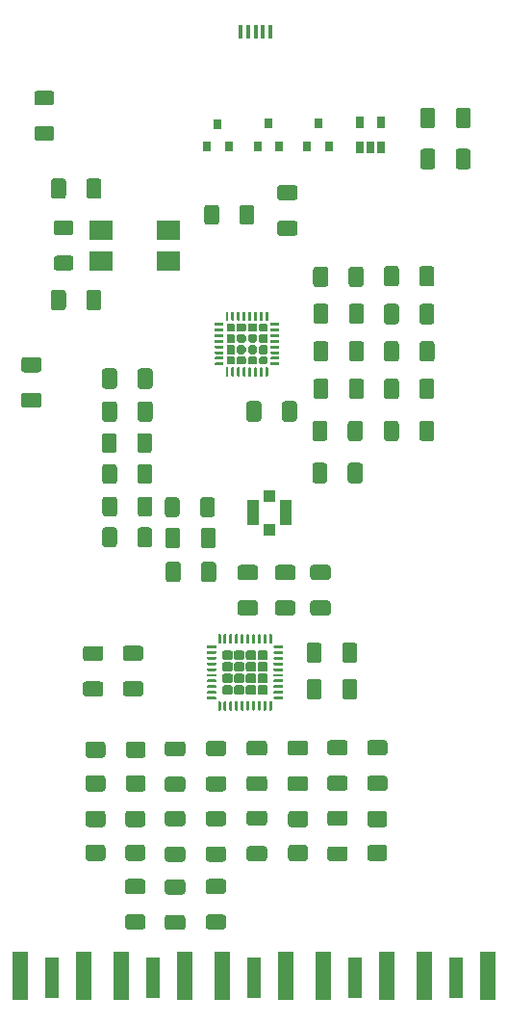
<source format=gbr>
%TF.GenerationSoftware,KiCad,Pcbnew,5.1.8*%
%TF.CreationDate,2020-12-04T12:34:20+08:00*%
%TF.ProjectId,msisdr,6d736973-6472-42e6-9b69-6361645f7063,rev?*%
%TF.SameCoordinates,Original*%
%TF.FileFunction,Paste,Top*%
%TF.FilePolarity,Positive*%
%FSLAX46Y46*%
G04 Gerber Fmt 4.6, Leading zero omitted, Abs format (unit mm)*
G04 Created by KiCad (PCBNEW 5.1.8) date 2020-12-04 12:34:20*
%MOMM*%
%LPD*%
G01*
G04 APERTURE LIST*
%ADD10R,1.270000X3.600000*%
%ADD11R,1.350000X4.200000*%
%ADD12R,2.100000X1.700000*%
%ADD13R,0.800000X0.900000*%
%ADD14R,0.650000X1.060000*%
%ADD15C,0.100000*%
%ADD16R,0.450000X1.300000*%
%ADD17R,1.000000X1.000000*%
%ADD18R,1.050000X2.200000*%
G04 APERTURE END LIST*
D10*
%TO.C,J10*%
X153924000Y-132280000D03*
D11*
X156749000Y-132080000D03*
X151099000Y-132080000D03*
%TD*%
D10*
%TO.C,J8*%
X118364000Y-132280000D03*
D11*
X121189000Y-132080000D03*
X115539000Y-132080000D03*
%TD*%
D12*
%TO.C,Y2*%
X122690000Y-66560000D03*
X128590000Y-66560000D03*
X128590000Y-69260000D03*
X122690000Y-69260000D03*
%TD*%
D13*
%TO.C,U4*%
X141800000Y-57200000D03*
X142750000Y-59200000D03*
X140850000Y-59200000D03*
%TD*%
D14*
%TO.C,U3*%
X145450000Y-57100000D03*
X147350000Y-57100000D03*
X147350000Y-59300000D03*
X146400000Y-59300000D03*
X145450000Y-59300000D03*
%TD*%
D15*
%TO.C,U2*%
G36*
X136453126Y-103614765D02*
G01*
X136459107Y-103595050D01*
X136468819Y-103576880D01*
X136481889Y-103560954D01*
X136568954Y-103473889D01*
X136584880Y-103460819D01*
X136603050Y-103451107D01*
X136622765Y-103445126D01*
X136643268Y-103443107D01*
X137149732Y-103443107D01*
X137170235Y-103445126D01*
X137189950Y-103451107D01*
X137208120Y-103460819D01*
X137224046Y-103473889D01*
X137311111Y-103560954D01*
X137324181Y-103576880D01*
X137333893Y-103595050D01*
X137339874Y-103614765D01*
X137341893Y-103635268D01*
X137341893Y-104141732D01*
X137339874Y-104162235D01*
X137333893Y-104181950D01*
X137324181Y-104200120D01*
X137311111Y-104216046D01*
X137224046Y-104303111D01*
X137208120Y-104316181D01*
X137189950Y-104325893D01*
X137170235Y-104331874D01*
X137149732Y-104333893D01*
X136643268Y-104333893D01*
X136622765Y-104331874D01*
X136603050Y-104325893D01*
X136584880Y-104316181D01*
X136568954Y-104303111D01*
X136481889Y-104216046D01*
X136468819Y-104200120D01*
X136459107Y-104181950D01*
X136453126Y-104162235D01*
X136451107Y-104141732D01*
X136451107Y-103635268D01*
X136453126Y-103614765D01*
G37*
G36*
X135428126Y-103614765D02*
G01*
X135434107Y-103595050D01*
X135443819Y-103576880D01*
X135456889Y-103560954D01*
X135543954Y-103473889D01*
X135559880Y-103460819D01*
X135578050Y-103451107D01*
X135597765Y-103445126D01*
X135618268Y-103443107D01*
X136124732Y-103443107D01*
X136145235Y-103445126D01*
X136164950Y-103451107D01*
X136183120Y-103460819D01*
X136199046Y-103473889D01*
X136286111Y-103560954D01*
X136299181Y-103576880D01*
X136308893Y-103595050D01*
X136314874Y-103614765D01*
X136316893Y-103635268D01*
X136316893Y-104141732D01*
X136314874Y-104162235D01*
X136308893Y-104181950D01*
X136299181Y-104200120D01*
X136286111Y-104216046D01*
X136199046Y-104303111D01*
X136183120Y-104316181D01*
X136164950Y-104325893D01*
X136145235Y-104331874D01*
X136124732Y-104333893D01*
X135618268Y-104333893D01*
X135597765Y-104331874D01*
X135578050Y-104325893D01*
X135559880Y-104316181D01*
X135543954Y-104303111D01*
X135456889Y-104216046D01*
X135443819Y-104200120D01*
X135434107Y-104181950D01*
X135428126Y-104162235D01*
X135426107Y-104141732D01*
X135426107Y-103635268D01*
X135428126Y-103614765D01*
G37*
G36*
X134403126Y-103614765D02*
G01*
X134409107Y-103595050D01*
X134418819Y-103576880D01*
X134431889Y-103560954D01*
X134518954Y-103473889D01*
X134534880Y-103460819D01*
X134553050Y-103451107D01*
X134572765Y-103445126D01*
X134593268Y-103443107D01*
X135099732Y-103443107D01*
X135120235Y-103445126D01*
X135139950Y-103451107D01*
X135158120Y-103460819D01*
X135174046Y-103473889D01*
X135261111Y-103560954D01*
X135274181Y-103576880D01*
X135283893Y-103595050D01*
X135289874Y-103614765D01*
X135291893Y-103635268D01*
X135291893Y-104141732D01*
X135289874Y-104162235D01*
X135283893Y-104181950D01*
X135274181Y-104200120D01*
X135261111Y-104216046D01*
X135174046Y-104303111D01*
X135158120Y-104316181D01*
X135139950Y-104325893D01*
X135120235Y-104331874D01*
X135099732Y-104333893D01*
X134593268Y-104333893D01*
X134572765Y-104331874D01*
X134553050Y-104325893D01*
X134534880Y-104316181D01*
X134518954Y-104303111D01*
X134431889Y-104216046D01*
X134418819Y-104200120D01*
X134409107Y-104181950D01*
X134403126Y-104162235D01*
X134401107Y-104141732D01*
X134401107Y-103635268D01*
X134403126Y-103614765D01*
G37*
G36*
X133378126Y-103614765D02*
G01*
X133384107Y-103595050D01*
X133393819Y-103576880D01*
X133406889Y-103560954D01*
X133493954Y-103473889D01*
X133509880Y-103460819D01*
X133528050Y-103451107D01*
X133547765Y-103445126D01*
X133568268Y-103443107D01*
X134074732Y-103443107D01*
X134095235Y-103445126D01*
X134114950Y-103451107D01*
X134133120Y-103460819D01*
X134149046Y-103473889D01*
X134236111Y-103560954D01*
X134249181Y-103576880D01*
X134258893Y-103595050D01*
X134264874Y-103614765D01*
X134266893Y-103635268D01*
X134266893Y-104141732D01*
X134264874Y-104162235D01*
X134258893Y-104181950D01*
X134249181Y-104200120D01*
X134236111Y-104216046D01*
X134149046Y-104303111D01*
X134133120Y-104316181D01*
X134114950Y-104325893D01*
X134095235Y-104331874D01*
X134074732Y-104333893D01*
X133568268Y-104333893D01*
X133547765Y-104331874D01*
X133528050Y-104325893D01*
X133509880Y-104316181D01*
X133493954Y-104303111D01*
X133406889Y-104216046D01*
X133393819Y-104200120D01*
X133384107Y-104181950D01*
X133378126Y-104162235D01*
X133376107Y-104141732D01*
X133376107Y-103635268D01*
X133378126Y-103614765D01*
G37*
G36*
X136453126Y-104639765D02*
G01*
X136459107Y-104620050D01*
X136468819Y-104601880D01*
X136481889Y-104585954D01*
X136568954Y-104498889D01*
X136584880Y-104485819D01*
X136603050Y-104476107D01*
X136622765Y-104470126D01*
X136643268Y-104468107D01*
X137149732Y-104468107D01*
X137170235Y-104470126D01*
X137189950Y-104476107D01*
X137208120Y-104485819D01*
X137224046Y-104498889D01*
X137311111Y-104585954D01*
X137324181Y-104601880D01*
X137333893Y-104620050D01*
X137339874Y-104639765D01*
X137341893Y-104660268D01*
X137341893Y-105166732D01*
X137339874Y-105187235D01*
X137333893Y-105206950D01*
X137324181Y-105225120D01*
X137311111Y-105241046D01*
X137224046Y-105328111D01*
X137208120Y-105341181D01*
X137189950Y-105350893D01*
X137170235Y-105356874D01*
X137149732Y-105358893D01*
X136643268Y-105358893D01*
X136622765Y-105356874D01*
X136603050Y-105350893D01*
X136584880Y-105341181D01*
X136568954Y-105328111D01*
X136481889Y-105241046D01*
X136468819Y-105225120D01*
X136459107Y-105206950D01*
X136453126Y-105187235D01*
X136451107Y-105166732D01*
X136451107Y-104660268D01*
X136453126Y-104639765D01*
G37*
G36*
X135428126Y-104639765D02*
G01*
X135434107Y-104620050D01*
X135443819Y-104601880D01*
X135456889Y-104585954D01*
X135543954Y-104498889D01*
X135559880Y-104485819D01*
X135578050Y-104476107D01*
X135597765Y-104470126D01*
X135618268Y-104468107D01*
X136124732Y-104468107D01*
X136145235Y-104470126D01*
X136164950Y-104476107D01*
X136183120Y-104485819D01*
X136199046Y-104498889D01*
X136286111Y-104585954D01*
X136299181Y-104601880D01*
X136308893Y-104620050D01*
X136314874Y-104639765D01*
X136316893Y-104660268D01*
X136316893Y-105166732D01*
X136314874Y-105187235D01*
X136308893Y-105206950D01*
X136299181Y-105225120D01*
X136286111Y-105241046D01*
X136199046Y-105328111D01*
X136183120Y-105341181D01*
X136164950Y-105350893D01*
X136145235Y-105356874D01*
X136124732Y-105358893D01*
X135618268Y-105358893D01*
X135597765Y-105356874D01*
X135578050Y-105350893D01*
X135559880Y-105341181D01*
X135543954Y-105328111D01*
X135456889Y-105241046D01*
X135443819Y-105225120D01*
X135434107Y-105206950D01*
X135428126Y-105187235D01*
X135426107Y-105166732D01*
X135426107Y-104660268D01*
X135428126Y-104639765D01*
G37*
G36*
X134403126Y-104639765D02*
G01*
X134409107Y-104620050D01*
X134418819Y-104601880D01*
X134431889Y-104585954D01*
X134518954Y-104498889D01*
X134534880Y-104485819D01*
X134553050Y-104476107D01*
X134572765Y-104470126D01*
X134593268Y-104468107D01*
X135099732Y-104468107D01*
X135120235Y-104470126D01*
X135139950Y-104476107D01*
X135158120Y-104485819D01*
X135174046Y-104498889D01*
X135261111Y-104585954D01*
X135274181Y-104601880D01*
X135283893Y-104620050D01*
X135289874Y-104639765D01*
X135291893Y-104660268D01*
X135291893Y-105166732D01*
X135289874Y-105187235D01*
X135283893Y-105206950D01*
X135274181Y-105225120D01*
X135261111Y-105241046D01*
X135174046Y-105328111D01*
X135158120Y-105341181D01*
X135139950Y-105350893D01*
X135120235Y-105356874D01*
X135099732Y-105358893D01*
X134593268Y-105358893D01*
X134572765Y-105356874D01*
X134553050Y-105350893D01*
X134534880Y-105341181D01*
X134518954Y-105328111D01*
X134431889Y-105241046D01*
X134418819Y-105225120D01*
X134409107Y-105206950D01*
X134403126Y-105187235D01*
X134401107Y-105166732D01*
X134401107Y-104660268D01*
X134403126Y-104639765D01*
G37*
G36*
X133378126Y-104639765D02*
G01*
X133384107Y-104620050D01*
X133393819Y-104601880D01*
X133406889Y-104585954D01*
X133493954Y-104498889D01*
X133509880Y-104485819D01*
X133528050Y-104476107D01*
X133547765Y-104470126D01*
X133568268Y-104468107D01*
X134074732Y-104468107D01*
X134095235Y-104470126D01*
X134114950Y-104476107D01*
X134133120Y-104485819D01*
X134149046Y-104498889D01*
X134236111Y-104585954D01*
X134249181Y-104601880D01*
X134258893Y-104620050D01*
X134264874Y-104639765D01*
X134266893Y-104660268D01*
X134266893Y-105166732D01*
X134264874Y-105187235D01*
X134258893Y-105206950D01*
X134249181Y-105225120D01*
X134236111Y-105241046D01*
X134149046Y-105328111D01*
X134133120Y-105341181D01*
X134114950Y-105350893D01*
X134095235Y-105356874D01*
X134074732Y-105358893D01*
X133568268Y-105358893D01*
X133547765Y-105356874D01*
X133528050Y-105350893D01*
X133509880Y-105341181D01*
X133493954Y-105328111D01*
X133406889Y-105241046D01*
X133393819Y-105225120D01*
X133384107Y-105206950D01*
X133378126Y-105187235D01*
X133376107Y-105166732D01*
X133376107Y-104660268D01*
X133378126Y-104639765D01*
G37*
G36*
X136453126Y-105664765D02*
G01*
X136459107Y-105645050D01*
X136468819Y-105626880D01*
X136481889Y-105610954D01*
X136568954Y-105523889D01*
X136584880Y-105510819D01*
X136603050Y-105501107D01*
X136622765Y-105495126D01*
X136643268Y-105493107D01*
X137149732Y-105493107D01*
X137170235Y-105495126D01*
X137189950Y-105501107D01*
X137208120Y-105510819D01*
X137224046Y-105523889D01*
X137311111Y-105610954D01*
X137324181Y-105626880D01*
X137333893Y-105645050D01*
X137339874Y-105664765D01*
X137341893Y-105685268D01*
X137341893Y-106191732D01*
X137339874Y-106212235D01*
X137333893Y-106231950D01*
X137324181Y-106250120D01*
X137311111Y-106266046D01*
X137224046Y-106353111D01*
X137208120Y-106366181D01*
X137189950Y-106375893D01*
X137170235Y-106381874D01*
X137149732Y-106383893D01*
X136643268Y-106383893D01*
X136622765Y-106381874D01*
X136603050Y-106375893D01*
X136584880Y-106366181D01*
X136568954Y-106353111D01*
X136481889Y-106266046D01*
X136468819Y-106250120D01*
X136459107Y-106231950D01*
X136453126Y-106212235D01*
X136451107Y-106191732D01*
X136451107Y-105685268D01*
X136453126Y-105664765D01*
G37*
G36*
X135428126Y-105664765D02*
G01*
X135434107Y-105645050D01*
X135443819Y-105626880D01*
X135456889Y-105610954D01*
X135543954Y-105523889D01*
X135559880Y-105510819D01*
X135578050Y-105501107D01*
X135597765Y-105495126D01*
X135618268Y-105493107D01*
X136124732Y-105493107D01*
X136145235Y-105495126D01*
X136164950Y-105501107D01*
X136183120Y-105510819D01*
X136199046Y-105523889D01*
X136286111Y-105610954D01*
X136299181Y-105626880D01*
X136308893Y-105645050D01*
X136314874Y-105664765D01*
X136316893Y-105685268D01*
X136316893Y-106191732D01*
X136314874Y-106212235D01*
X136308893Y-106231950D01*
X136299181Y-106250120D01*
X136286111Y-106266046D01*
X136199046Y-106353111D01*
X136183120Y-106366181D01*
X136164950Y-106375893D01*
X136145235Y-106381874D01*
X136124732Y-106383893D01*
X135618268Y-106383893D01*
X135597765Y-106381874D01*
X135578050Y-106375893D01*
X135559880Y-106366181D01*
X135543954Y-106353111D01*
X135456889Y-106266046D01*
X135443819Y-106250120D01*
X135434107Y-106231950D01*
X135428126Y-106212235D01*
X135426107Y-106191732D01*
X135426107Y-105685268D01*
X135428126Y-105664765D01*
G37*
G36*
X134403126Y-105664765D02*
G01*
X134409107Y-105645050D01*
X134418819Y-105626880D01*
X134431889Y-105610954D01*
X134518954Y-105523889D01*
X134534880Y-105510819D01*
X134553050Y-105501107D01*
X134572765Y-105495126D01*
X134593268Y-105493107D01*
X135099732Y-105493107D01*
X135120235Y-105495126D01*
X135139950Y-105501107D01*
X135158120Y-105510819D01*
X135174046Y-105523889D01*
X135261111Y-105610954D01*
X135274181Y-105626880D01*
X135283893Y-105645050D01*
X135289874Y-105664765D01*
X135291893Y-105685268D01*
X135291893Y-106191732D01*
X135289874Y-106212235D01*
X135283893Y-106231950D01*
X135274181Y-106250120D01*
X135261111Y-106266046D01*
X135174046Y-106353111D01*
X135158120Y-106366181D01*
X135139950Y-106375893D01*
X135120235Y-106381874D01*
X135099732Y-106383893D01*
X134593268Y-106383893D01*
X134572765Y-106381874D01*
X134553050Y-106375893D01*
X134534880Y-106366181D01*
X134518954Y-106353111D01*
X134431889Y-106266046D01*
X134418819Y-106250120D01*
X134409107Y-106231950D01*
X134403126Y-106212235D01*
X134401107Y-106191732D01*
X134401107Y-105685268D01*
X134403126Y-105664765D01*
G37*
G36*
X133378126Y-105664765D02*
G01*
X133384107Y-105645050D01*
X133393819Y-105626880D01*
X133406889Y-105610954D01*
X133493954Y-105523889D01*
X133509880Y-105510819D01*
X133528050Y-105501107D01*
X133547765Y-105495126D01*
X133568268Y-105493107D01*
X134074732Y-105493107D01*
X134095235Y-105495126D01*
X134114950Y-105501107D01*
X134133120Y-105510819D01*
X134149046Y-105523889D01*
X134236111Y-105610954D01*
X134249181Y-105626880D01*
X134258893Y-105645050D01*
X134264874Y-105664765D01*
X134266893Y-105685268D01*
X134266893Y-106191732D01*
X134264874Y-106212235D01*
X134258893Y-106231950D01*
X134249181Y-106250120D01*
X134236111Y-106266046D01*
X134149046Y-106353111D01*
X134133120Y-106366181D01*
X134114950Y-106375893D01*
X134095235Y-106381874D01*
X134074732Y-106383893D01*
X133568268Y-106383893D01*
X133547765Y-106381874D01*
X133528050Y-106375893D01*
X133509880Y-106366181D01*
X133493954Y-106353111D01*
X133406889Y-106266046D01*
X133393819Y-106250120D01*
X133384107Y-106231950D01*
X133378126Y-106212235D01*
X133376107Y-106191732D01*
X133376107Y-105685268D01*
X133378126Y-105664765D01*
G37*
G36*
X136453126Y-106689765D02*
G01*
X136459107Y-106670050D01*
X136468819Y-106651880D01*
X136481889Y-106635954D01*
X136568954Y-106548889D01*
X136584880Y-106535819D01*
X136603050Y-106526107D01*
X136622765Y-106520126D01*
X136643268Y-106518107D01*
X137149732Y-106518107D01*
X137170235Y-106520126D01*
X137189950Y-106526107D01*
X137208120Y-106535819D01*
X137224046Y-106548889D01*
X137311111Y-106635954D01*
X137324181Y-106651880D01*
X137333893Y-106670050D01*
X137339874Y-106689765D01*
X137341893Y-106710268D01*
X137341893Y-107216732D01*
X137339874Y-107237235D01*
X137333893Y-107256950D01*
X137324181Y-107275120D01*
X137311111Y-107291046D01*
X137224046Y-107378111D01*
X137208120Y-107391181D01*
X137189950Y-107400893D01*
X137170235Y-107406874D01*
X137149732Y-107408893D01*
X136643268Y-107408893D01*
X136622765Y-107406874D01*
X136603050Y-107400893D01*
X136584880Y-107391181D01*
X136568954Y-107378111D01*
X136481889Y-107291046D01*
X136468819Y-107275120D01*
X136459107Y-107256950D01*
X136453126Y-107237235D01*
X136451107Y-107216732D01*
X136451107Y-106710268D01*
X136453126Y-106689765D01*
G37*
G36*
X135428126Y-106689765D02*
G01*
X135434107Y-106670050D01*
X135443819Y-106651880D01*
X135456889Y-106635954D01*
X135543954Y-106548889D01*
X135559880Y-106535819D01*
X135578050Y-106526107D01*
X135597765Y-106520126D01*
X135618268Y-106518107D01*
X136124732Y-106518107D01*
X136145235Y-106520126D01*
X136164950Y-106526107D01*
X136183120Y-106535819D01*
X136199046Y-106548889D01*
X136286111Y-106635954D01*
X136299181Y-106651880D01*
X136308893Y-106670050D01*
X136314874Y-106689765D01*
X136316893Y-106710268D01*
X136316893Y-107216732D01*
X136314874Y-107237235D01*
X136308893Y-107256950D01*
X136299181Y-107275120D01*
X136286111Y-107291046D01*
X136199046Y-107378111D01*
X136183120Y-107391181D01*
X136164950Y-107400893D01*
X136145235Y-107406874D01*
X136124732Y-107408893D01*
X135618268Y-107408893D01*
X135597765Y-107406874D01*
X135578050Y-107400893D01*
X135559880Y-107391181D01*
X135543954Y-107378111D01*
X135456889Y-107291046D01*
X135443819Y-107275120D01*
X135434107Y-107256950D01*
X135428126Y-107237235D01*
X135426107Y-107216732D01*
X135426107Y-106710268D01*
X135428126Y-106689765D01*
G37*
G36*
X134403126Y-106689765D02*
G01*
X134409107Y-106670050D01*
X134418819Y-106651880D01*
X134431889Y-106635954D01*
X134518954Y-106548889D01*
X134534880Y-106535819D01*
X134553050Y-106526107D01*
X134572765Y-106520126D01*
X134593268Y-106518107D01*
X135099732Y-106518107D01*
X135120235Y-106520126D01*
X135139950Y-106526107D01*
X135158120Y-106535819D01*
X135174046Y-106548889D01*
X135261111Y-106635954D01*
X135274181Y-106651880D01*
X135283893Y-106670050D01*
X135289874Y-106689765D01*
X135291893Y-106710268D01*
X135291893Y-107216732D01*
X135289874Y-107237235D01*
X135283893Y-107256950D01*
X135274181Y-107275120D01*
X135261111Y-107291046D01*
X135174046Y-107378111D01*
X135158120Y-107391181D01*
X135139950Y-107400893D01*
X135120235Y-107406874D01*
X135099732Y-107408893D01*
X134593268Y-107408893D01*
X134572765Y-107406874D01*
X134553050Y-107400893D01*
X134534880Y-107391181D01*
X134518954Y-107378111D01*
X134431889Y-107291046D01*
X134418819Y-107275120D01*
X134409107Y-107256950D01*
X134403126Y-107237235D01*
X134401107Y-107216732D01*
X134401107Y-106710268D01*
X134403126Y-106689765D01*
G37*
G36*
X133378126Y-106689765D02*
G01*
X133384107Y-106670050D01*
X133393819Y-106651880D01*
X133406889Y-106635954D01*
X133493954Y-106548889D01*
X133509880Y-106535819D01*
X133528050Y-106526107D01*
X133547765Y-106520126D01*
X133568268Y-106518107D01*
X134074732Y-106518107D01*
X134095235Y-106520126D01*
X134114950Y-106526107D01*
X134133120Y-106535819D01*
X134149046Y-106548889D01*
X134236111Y-106635954D01*
X134249181Y-106651880D01*
X134258893Y-106670050D01*
X134264874Y-106689765D01*
X134266893Y-106710268D01*
X134266893Y-107216732D01*
X134264874Y-107237235D01*
X134258893Y-107256950D01*
X134249181Y-107275120D01*
X134236111Y-107291046D01*
X134149046Y-107378111D01*
X134133120Y-107391181D01*
X134114950Y-107400893D01*
X134095235Y-107406874D01*
X134074732Y-107408893D01*
X133568268Y-107408893D01*
X133547765Y-107406874D01*
X133528050Y-107400893D01*
X133509880Y-107391181D01*
X133493954Y-107378111D01*
X133406889Y-107291046D01*
X133393819Y-107275120D01*
X133384107Y-107256950D01*
X133378126Y-107237235D01*
X133376107Y-107216732D01*
X133376107Y-106710268D01*
X133378126Y-106689765D01*
G37*
G36*
G01*
X132771500Y-107801000D02*
X132071500Y-107801000D01*
G75*
G02*
X132009000Y-107738500I0J62500D01*
G01*
X132009000Y-107613500D01*
G75*
G02*
X132071500Y-107551000I62500J0D01*
G01*
X132771500Y-107551000D01*
G75*
G02*
X132834000Y-107613500I0J-62500D01*
G01*
X132834000Y-107738500D01*
G75*
G02*
X132771500Y-107801000I-62500J0D01*
G01*
G37*
G36*
G01*
X132771500Y-107301000D02*
X132071500Y-107301000D01*
G75*
G02*
X132009000Y-107238500I0J62500D01*
G01*
X132009000Y-107113500D01*
G75*
G02*
X132071500Y-107051000I62500J0D01*
G01*
X132771500Y-107051000D01*
G75*
G02*
X132834000Y-107113500I0J-62500D01*
G01*
X132834000Y-107238500D01*
G75*
G02*
X132771500Y-107301000I-62500J0D01*
G01*
G37*
G36*
G01*
X132771500Y-106801000D02*
X132071500Y-106801000D01*
G75*
G02*
X132009000Y-106738500I0J62500D01*
G01*
X132009000Y-106613500D01*
G75*
G02*
X132071500Y-106551000I62500J0D01*
G01*
X132771500Y-106551000D01*
G75*
G02*
X132834000Y-106613500I0J-62500D01*
G01*
X132834000Y-106738500D01*
G75*
G02*
X132771500Y-106801000I-62500J0D01*
G01*
G37*
G36*
G01*
X132771500Y-106301000D02*
X132071500Y-106301000D01*
G75*
G02*
X132009000Y-106238500I0J62500D01*
G01*
X132009000Y-106113500D01*
G75*
G02*
X132071500Y-106051000I62500J0D01*
G01*
X132771500Y-106051000D01*
G75*
G02*
X132834000Y-106113500I0J-62500D01*
G01*
X132834000Y-106238500D01*
G75*
G02*
X132771500Y-106301000I-62500J0D01*
G01*
G37*
G36*
G01*
X132771500Y-105801000D02*
X132071500Y-105801000D01*
G75*
G02*
X132009000Y-105738500I0J62500D01*
G01*
X132009000Y-105613500D01*
G75*
G02*
X132071500Y-105551000I62500J0D01*
G01*
X132771500Y-105551000D01*
G75*
G02*
X132834000Y-105613500I0J-62500D01*
G01*
X132834000Y-105738500D01*
G75*
G02*
X132771500Y-105801000I-62500J0D01*
G01*
G37*
G36*
G01*
X132771500Y-105301000D02*
X132071500Y-105301000D01*
G75*
G02*
X132009000Y-105238500I0J62500D01*
G01*
X132009000Y-105113500D01*
G75*
G02*
X132071500Y-105051000I62500J0D01*
G01*
X132771500Y-105051000D01*
G75*
G02*
X132834000Y-105113500I0J-62500D01*
G01*
X132834000Y-105238500D01*
G75*
G02*
X132771500Y-105301000I-62500J0D01*
G01*
G37*
G36*
G01*
X132771500Y-104801000D02*
X132071500Y-104801000D01*
G75*
G02*
X132009000Y-104738500I0J62500D01*
G01*
X132009000Y-104613500D01*
G75*
G02*
X132071500Y-104551000I62500J0D01*
G01*
X132771500Y-104551000D01*
G75*
G02*
X132834000Y-104613500I0J-62500D01*
G01*
X132834000Y-104738500D01*
G75*
G02*
X132771500Y-104801000I-62500J0D01*
G01*
G37*
G36*
G01*
X132771500Y-104301000D02*
X132071500Y-104301000D01*
G75*
G02*
X132009000Y-104238500I0J62500D01*
G01*
X132009000Y-104113500D01*
G75*
G02*
X132071500Y-104051000I62500J0D01*
G01*
X132771500Y-104051000D01*
G75*
G02*
X132834000Y-104113500I0J-62500D01*
G01*
X132834000Y-104238500D01*
G75*
G02*
X132771500Y-104301000I-62500J0D01*
G01*
G37*
G36*
G01*
X132771500Y-103801000D02*
X132071500Y-103801000D01*
G75*
G02*
X132009000Y-103738500I0J62500D01*
G01*
X132009000Y-103613500D01*
G75*
G02*
X132071500Y-103551000I62500J0D01*
G01*
X132771500Y-103551000D01*
G75*
G02*
X132834000Y-103613500I0J-62500D01*
G01*
X132834000Y-103738500D01*
G75*
G02*
X132771500Y-103801000I-62500J0D01*
G01*
G37*
G36*
G01*
X132771500Y-103301000D02*
X132071500Y-103301000D01*
G75*
G02*
X132009000Y-103238500I0J62500D01*
G01*
X132009000Y-103113500D01*
G75*
G02*
X132071500Y-103051000I62500J0D01*
G01*
X132771500Y-103051000D01*
G75*
G02*
X132834000Y-103113500I0J-62500D01*
G01*
X132834000Y-103238500D01*
G75*
G02*
X132771500Y-103301000I-62500J0D01*
G01*
G37*
G36*
G01*
X133171500Y-102901000D02*
X133046500Y-102901000D01*
G75*
G02*
X132984000Y-102838500I0J62500D01*
G01*
X132984000Y-102138500D01*
G75*
G02*
X133046500Y-102076000I62500J0D01*
G01*
X133171500Y-102076000D01*
G75*
G02*
X133234000Y-102138500I0J-62500D01*
G01*
X133234000Y-102838500D01*
G75*
G02*
X133171500Y-102901000I-62500J0D01*
G01*
G37*
G36*
G01*
X133671500Y-102901000D02*
X133546500Y-102901000D01*
G75*
G02*
X133484000Y-102838500I0J62500D01*
G01*
X133484000Y-102138500D01*
G75*
G02*
X133546500Y-102076000I62500J0D01*
G01*
X133671500Y-102076000D01*
G75*
G02*
X133734000Y-102138500I0J-62500D01*
G01*
X133734000Y-102838500D01*
G75*
G02*
X133671500Y-102901000I-62500J0D01*
G01*
G37*
G36*
G01*
X134171500Y-102901000D02*
X134046500Y-102901000D01*
G75*
G02*
X133984000Y-102838500I0J62500D01*
G01*
X133984000Y-102138500D01*
G75*
G02*
X134046500Y-102076000I62500J0D01*
G01*
X134171500Y-102076000D01*
G75*
G02*
X134234000Y-102138500I0J-62500D01*
G01*
X134234000Y-102838500D01*
G75*
G02*
X134171500Y-102901000I-62500J0D01*
G01*
G37*
G36*
G01*
X134671500Y-102901000D02*
X134546500Y-102901000D01*
G75*
G02*
X134484000Y-102838500I0J62500D01*
G01*
X134484000Y-102138500D01*
G75*
G02*
X134546500Y-102076000I62500J0D01*
G01*
X134671500Y-102076000D01*
G75*
G02*
X134734000Y-102138500I0J-62500D01*
G01*
X134734000Y-102838500D01*
G75*
G02*
X134671500Y-102901000I-62500J0D01*
G01*
G37*
G36*
G01*
X135171500Y-102901000D02*
X135046500Y-102901000D01*
G75*
G02*
X134984000Y-102838500I0J62500D01*
G01*
X134984000Y-102138500D01*
G75*
G02*
X135046500Y-102076000I62500J0D01*
G01*
X135171500Y-102076000D01*
G75*
G02*
X135234000Y-102138500I0J-62500D01*
G01*
X135234000Y-102838500D01*
G75*
G02*
X135171500Y-102901000I-62500J0D01*
G01*
G37*
G36*
G01*
X135671500Y-102901000D02*
X135546500Y-102901000D01*
G75*
G02*
X135484000Y-102838500I0J62500D01*
G01*
X135484000Y-102138500D01*
G75*
G02*
X135546500Y-102076000I62500J0D01*
G01*
X135671500Y-102076000D01*
G75*
G02*
X135734000Y-102138500I0J-62500D01*
G01*
X135734000Y-102838500D01*
G75*
G02*
X135671500Y-102901000I-62500J0D01*
G01*
G37*
G36*
G01*
X136171500Y-102901000D02*
X136046500Y-102901000D01*
G75*
G02*
X135984000Y-102838500I0J62500D01*
G01*
X135984000Y-102138500D01*
G75*
G02*
X136046500Y-102076000I62500J0D01*
G01*
X136171500Y-102076000D01*
G75*
G02*
X136234000Y-102138500I0J-62500D01*
G01*
X136234000Y-102838500D01*
G75*
G02*
X136171500Y-102901000I-62500J0D01*
G01*
G37*
G36*
G01*
X136671500Y-102901000D02*
X136546500Y-102901000D01*
G75*
G02*
X136484000Y-102838500I0J62500D01*
G01*
X136484000Y-102138500D01*
G75*
G02*
X136546500Y-102076000I62500J0D01*
G01*
X136671500Y-102076000D01*
G75*
G02*
X136734000Y-102138500I0J-62500D01*
G01*
X136734000Y-102838500D01*
G75*
G02*
X136671500Y-102901000I-62500J0D01*
G01*
G37*
G36*
G01*
X137171500Y-102901000D02*
X137046500Y-102901000D01*
G75*
G02*
X136984000Y-102838500I0J62500D01*
G01*
X136984000Y-102138500D01*
G75*
G02*
X137046500Y-102076000I62500J0D01*
G01*
X137171500Y-102076000D01*
G75*
G02*
X137234000Y-102138500I0J-62500D01*
G01*
X137234000Y-102838500D01*
G75*
G02*
X137171500Y-102901000I-62500J0D01*
G01*
G37*
G36*
G01*
X137671500Y-102901000D02*
X137546500Y-102901000D01*
G75*
G02*
X137484000Y-102838500I0J62500D01*
G01*
X137484000Y-102138500D01*
G75*
G02*
X137546500Y-102076000I62500J0D01*
G01*
X137671500Y-102076000D01*
G75*
G02*
X137734000Y-102138500I0J-62500D01*
G01*
X137734000Y-102838500D01*
G75*
G02*
X137671500Y-102901000I-62500J0D01*
G01*
G37*
G36*
G01*
X138646500Y-103301000D02*
X137946500Y-103301000D01*
G75*
G02*
X137884000Y-103238500I0J62500D01*
G01*
X137884000Y-103113500D01*
G75*
G02*
X137946500Y-103051000I62500J0D01*
G01*
X138646500Y-103051000D01*
G75*
G02*
X138709000Y-103113500I0J-62500D01*
G01*
X138709000Y-103238500D01*
G75*
G02*
X138646500Y-103301000I-62500J0D01*
G01*
G37*
G36*
G01*
X138646500Y-103801000D02*
X137946500Y-103801000D01*
G75*
G02*
X137884000Y-103738500I0J62500D01*
G01*
X137884000Y-103613500D01*
G75*
G02*
X137946500Y-103551000I62500J0D01*
G01*
X138646500Y-103551000D01*
G75*
G02*
X138709000Y-103613500I0J-62500D01*
G01*
X138709000Y-103738500D01*
G75*
G02*
X138646500Y-103801000I-62500J0D01*
G01*
G37*
G36*
G01*
X138646500Y-104301000D02*
X137946500Y-104301000D01*
G75*
G02*
X137884000Y-104238500I0J62500D01*
G01*
X137884000Y-104113500D01*
G75*
G02*
X137946500Y-104051000I62500J0D01*
G01*
X138646500Y-104051000D01*
G75*
G02*
X138709000Y-104113500I0J-62500D01*
G01*
X138709000Y-104238500D01*
G75*
G02*
X138646500Y-104301000I-62500J0D01*
G01*
G37*
G36*
G01*
X138646500Y-104801000D02*
X137946500Y-104801000D01*
G75*
G02*
X137884000Y-104738500I0J62500D01*
G01*
X137884000Y-104613500D01*
G75*
G02*
X137946500Y-104551000I62500J0D01*
G01*
X138646500Y-104551000D01*
G75*
G02*
X138709000Y-104613500I0J-62500D01*
G01*
X138709000Y-104738500D01*
G75*
G02*
X138646500Y-104801000I-62500J0D01*
G01*
G37*
G36*
G01*
X138646500Y-105301000D02*
X137946500Y-105301000D01*
G75*
G02*
X137884000Y-105238500I0J62500D01*
G01*
X137884000Y-105113500D01*
G75*
G02*
X137946500Y-105051000I62500J0D01*
G01*
X138646500Y-105051000D01*
G75*
G02*
X138709000Y-105113500I0J-62500D01*
G01*
X138709000Y-105238500D01*
G75*
G02*
X138646500Y-105301000I-62500J0D01*
G01*
G37*
G36*
G01*
X138646500Y-105801000D02*
X137946500Y-105801000D01*
G75*
G02*
X137884000Y-105738500I0J62500D01*
G01*
X137884000Y-105613500D01*
G75*
G02*
X137946500Y-105551000I62500J0D01*
G01*
X138646500Y-105551000D01*
G75*
G02*
X138709000Y-105613500I0J-62500D01*
G01*
X138709000Y-105738500D01*
G75*
G02*
X138646500Y-105801000I-62500J0D01*
G01*
G37*
G36*
G01*
X138646500Y-106301000D02*
X137946500Y-106301000D01*
G75*
G02*
X137884000Y-106238500I0J62500D01*
G01*
X137884000Y-106113500D01*
G75*
G02*
X137946500Y-106051000I62500J0D01*
G01*
X138646500Y-106051000D01*
G75*
G02*
X138709000Y-106113500I0J-62500D01*
G01*
X138709000Y-106238500D01*
G75*
G02*
X138646500Y-106301000I-62500J0D01*
G01*
G37*
G36*
G01*
X138646500Y-106801000D02*
X137946500Y-106801000D01*
G75*
G02*
X137884000Y-106738500I0J62500D01*
G01*
X137884000Y-106613500D01*
G75*
G02*
X137946500Y-106551000I62500J0D01*
G01*
X138646500Y-106551000D01*
G75*
G02*
X138709000Y-106613500I0J-62500D01*
G01*
X138709000Y-106738500D01*
G75*
G02*
X138646500Y-106801000I-62500J0D01*
G01*
G37*
G36*
G01*
X138646500Y-107301000D02*
X137946500Y-107301000D01*
G75*
G02*
X137884000Y-107238500I0J62500D01*
G01*
X137884000Y-107113500D01*
G75*
G02*
X137946500Y-107051000I62500J0D01*
G01*
X138646500Y-107051000D01*
G75*
G02*
X138709000Y-107113500I0J-62500D01*
G01*
X138709000Y-107238500D01*
G75*
G02*
X138646500Y-107301000I-62500J0D01*
G01*
G37*
G36*
G01*
X138646500Y-107801000D02*
X137946500Y-107801000D01*
G75*
G02*
X137884000Y-107738500I0J62500D01*
G01*
X137884000Y-107613500D01*
G75*
G02*
X137946500Y-107551000I62500J0D01*
G01*
X138646500Y-107551000D01*
G75*
G02*
X138709000Y-107613500I0J-62500D01*
G01*
X138709000Y-107738500D01*
G75*
G02*
X138646500Y-107801000I-62500J0D01*
G01*
G37*
G36*
G01*
X137671500Y-108776000D02*
X137546500Y-108776000D01*
G75*
G02*
X137484000Y-108713500I0J62500D01*
G01*
X137484000Y-108013500D01*
G75*
G02*
X137546500Y-107951000I62500J0D01*
G01*
X137671500Y-107951000D01*
G75*
G02*
X137734000Y-108013500I0J-62500D01*
G01*
X137734000Y-108713500D01*
G75*
G02*
X137671500Y-108776000I-62500J0D01*
G01*
G37*
G36*
G01*
X137171500Y-108776000D02*
X137046500Y-108776000D01*
G75*
G02*
X136984000Y-108713500I0J62500D01*
G01*
X136984000Y-108013500D01*
G75*
G02*
X137046500Y-107951000I62500J0D01*
G01*
X137171500Y-107951000D01*
G75*
G02*
X137234000Y-108013500I0J-62500D01*
G01*
X137234000Y-108713500D01*
G75*
G02*
X137171500Y-108776000I-62500J0D01*
G01*
G37*
G36*
G01*
X136671500Y-108776000D02*
X136546500Y-108776000D01*
G75*
G02*
X136484000Y-108713500I0J62500D01*
G01*
X136484000Y-108013500D01*
G75*
G02*
X136546500Y-107951000I62500J0D01*
G01*
X136671500Y-107951000D01*
G75*
G02*
X136734000Y-108013500I0J-62500D01*
G01*
X136734000Y-108713500D01*
G75*
G02*
X136671500Y-108776000I-62500J0D01*
G01*
G37*
G36*
G01*
X136171500Y-108776000D02*
X136046500Y-108776000D01*
G75*
G02*
X135984000Y-108713500I0J62500D01*
G01*
X135984000Y-108013500D01*
G75*
G02*
X136046500Y-107951000I62500J0D01*
G01*
X136171500Y-107951000D01*
G75*
G02*
X136234000Y-108013500I0J-62500D01*
G01*
X136234000Y-108713500D01*
G75*
G02*
X136171500Y-108776000I-62500J0D01*
G01*
G37*
G36*
G01*
X135671500Y-108776000D02*
X135546500Y-108776000D01*
G75*
G02*
X135484000Y-108713500I0J62500D01*
G01*
X135484000Y-108013500D01*
G75*
G02*
X135546500Y-107951000I62500J0D01*
G01*
X135671500Y-107951000D01*
G75*
G02*
X135734000Y-108013500I0J-62500D01*
G01*
X135734000Y-108713500D01*
G75*
G02*
X135671500Y-108776000I-62500J0D01*
G01*
G37*
G36*
G01*
X135171500Y-108776000D02*
X135046500Y-108776000D01*
G75*
G02*
X134984000Y-108713500I0J62500D01*
G01*
X134984000Y-108013500D01*
G75*
G02*
X135046500Y-107951000I62500J0D01*
G01*
X135171500Y-107951000D01*
G75*
G02*
X135234000Y-108013500I0J-62500D01*
G01*
X135234000Y-108713500D01*
G75*
G02*
X135171500Y-108776000I-62500J0D01*
G01*
G37*
G36*
G01*
X134671500Y-108776000D02*
X134546500Y-108776000D01*
G75*
G02*
X134484000Y-108713500I0J62500D01*
G01*
X134484000Y-108013500D01*
G75*
G02*
X134546500Y-107951000I62500J0D01*
G01*
X134671500Y-107951000D01*
G75*
G02*
X134734000Y-108013500I0J-62500D01*
G01*
X134734000Y-108713500D01*
G75*
G02*
X134671500Y-108776000I-62500J0D01*
G01*
G37*
G36*
G01*
X134171500Y-108776000D02*
X134046500Y-108776000D01*
G75*
G02*
X133984000Y-108713500I0J62500D01*
G01*
X133984000Y-108013500D01*
G75*
G02*
X134046500Y-107951000I62500J0D01*
G01*
X134171500Y-107951000D01*
G75*
G02*
X134234000Y-108013500I0J-62500D01*
G01*
X134234000Y-108713500D01*
G75*
G02*
X134171500Y-108776000I-62500J0D01*
G01*
G37*
G36*
G01*
X133671500Y-108776000D02*
X133546500Y-108776000D01*
G75*
G02*
X133484000Y-108713500I0J62500D01*
G01*
X133484000Y-108013500D01*
G75*
G02*
X133546500Y-107951000I62500J0D01*
G01*
X133671500Y-107951000D01*
G75*
G02*
X133734000Y-108013500I0J-62500D01*
G01*
X133734000Y-108713500D01*
G75*
G02*
X133671500Y-108776000I-62500J0D01*
G01*
G37*
G36*
G01*
X133171500Y-108776000D02*
X133046500Y-108776000D01*
G75*
G02*
X132984000Y-108713500I0J62500D01*
G01*
X132984000Y-108013500D01*
G75*
G02*
X133046500Y-107951000I62500J0D01*
G01*
X133171500Y-107951000D01*
G75*
G02*
X133234000Y-108013500I0J-62500D01*
G01*
X133234000Y-108713500D01*
G75*
G02*
X133171500Y-108776000I-62500J0D01*
G01*
G37*
%TD*%
%TO.C,U1*%
G36*
X136612959Y-74865591D02*
G01*
X136617713Y-74849921D01*
X136625432Y-74835479D01*
X136635821Y-74822821D01*
X136648479Y-74812432D01*
X136662921Y-74804713D01*
X136678591Y-74799959D01*
X136694888Y-74798354D01*
X137213112Y-74798354D01*
X137229409Y-74799959D01*
X137245079Y-74804713D01*
X137259521Y-74812432D01*
X137272179Y-74822821D01*
X137282568Y-74835479D01*
X137290287Y-74849921D01*
X137295041Y-74865591D01*
X137296646Y-74881888D01*
X137296646Y-75400112D01*
X137295041Y-75416409D01*
X137290287Y-75432079D01*
X137282568Y-75446521D01*
X137272179Y-75459179D01*
X137259521Y-75469568D01*
X137245079Y-75477287D01*
X137229409Y-75482041D01*
X137213112Y-75483646D01*
X136764089Y-75483646D01*
X136747792Y-75482041D01*
X136732122Y-75477287D01*
X136717680Y-75469568D01*
X136705022Y-75459179D01*
X136635821Y-75389978D01*
X136625432Y-75377320D01*
X136617713Y-75362878D01*
X136612959Y-75347208D01*
X136611354Y-75330911D01*
X136611354Y-74881888D01*
X136612959Y-74865591D01*
G37*
G36*
X133762959Y-74865591D02*
G01*
X133767713Y-74849921D01*
X133775432Y-74835479D01*
X133785821Y-74822821D01*
X133798479Y-74812432D01*
X133812921Y-74804713D01*
X133828591Y-74799959D01*
X133844888Y-74798354D01*
X134363112Y-74798354D01*
X134379409Y-74799959D01*
X134395079Y-74804713D01*
X134409521Y-74812432D01*
X134422179Y-74822821D01*
X134432568Y-74835479D01*
X134440287Y-74849921D01*
X134445041Y-74865591D01*
X134446646Y-74881888D01*
X134446646Y-75330911D01*
X134445041Y-75347208D01*
X134440287Y-75362878D01*
X134432568Y-75377320D01*
X134422179Y-75389978D01*
X134352978Y-75459179D01*
X134340320Y-75469568D01*
X134325878Y-75477287D01*
X134310208Y-75482041D01*
X134293911Y-75483646D01*
X133844888Y-75483646D01*
X133828591Y-75482041D01*
X133812921Y-75477287D01*
X133798479Y-75469568D01*
X133785821Y-75459179D01*
X133775432Y-75446521D01*
X133767713Y-75432079D01*
X133762959Y-75416409D01*
X133761354Y-75400112D01*
X133761354Y-74881888D01*
X133762959Y-74865591D01*
G37*
G36*
X136612959Y-77784792D02*
G01*
X136617713Y-77769122D01*
X136625432Y-77754680D01*
X136635821Y-77742022D01*
X136705022Y-77672821D01*
X136717680Y-77662432D01*
X136732122Y-77654713D01*
X136747792Y-77649959D01*
X136764089Y-77648354D01*
X137213112Y-77648354D01*
X137229409Y-77649959D01*
X137245079Y-77654713D01*
X137259521Y-77662432D01*
X137272179Y-77672821D01*
X137282568Y-77685479D01*
X137290287Y-77699921D01*
X137295041Y-77715591D01*
X137296646Y-77731888D01*
X137296646Y-78250112D01*
X137295041Y-78266409D01*
X137290287Y-78282079D01*
X137282568Y-78296521D01*
X137272179Y-78309179D01*
X137259521Y-78319568D01*
X137245079Y-78327287D01*
X137229409Y-78332041D01*
X137213112Y-78333646D01*
X136694888Y-78333646D01*
X136678591Y-78332041D01*
X136662921Y-78327287D01*
X136648479Y-78319568D01*
X136635821Y-78309179D01*
X136625432Y-78296521D01*
X136617713Y-78282079D01*
X136612959Y-78266409D01*
X136611354Y-78250112D01*
X136611354Y-77801089D01*
X136612959Y-77784792D01*
G37*
G36*
X133762959Y-77715591D02*
G01*
X133767713Y-77699921D01*
X133775432Y-77685479D01*
X133785821Y-77672821D01*
X133798479Y-77662432D01*
X133812921Y-77654713D01*
X133828591Y-77649959D01*
X133844888Y-77648354D01*
X134293911Y-77648354D01*
X134310208Y-77649959D01*
X134325878Y-77654713D01*
X134340320Y-77662432D01*
X134352978Y-77672821D01*
X134422179Y-77742022D01*
X134432568Y-77754680D01*
X134440287Y-77769122D01*
X134445041Y-77784792D01*
X134446646Y-77801089D01*
X134446646Y-78250112D01*
X134445041Y-78266409D01*
X134440287Y-78282079D01*
X134432568Y-78296521D01*
X134422179Y-78309179D01*
X134409521Y-78319568D01*
X134395079Y-78327287D01*
X134379409Y-78332041D01*
X134363112Y-78333646D01*
X133844888Y-78333646D01*
X133828591Y-78332041D01*
X133812921Y-78327287D01*
X133798479Y-78319568D01*
X133785821Y-78309179D01*
X133775432Y-78296521D01*
X133767713Y-78282079D01*
X133762959Y-78266409D01*
X133761354Y-78250112D01*
X133761354Y-77731888D01*
X133762959Y-77715591D01*
G37*
G36*
X136612762Y-75782541D02*
G01*
X136616930Y-75768799D01*
X136623700Y-75756134D01*
X136632810Y-75745032D01*
X136693499Y-75684343D01*
X136704601Y-75675233D01*
X136717266Y-75668463D01*
X136731008Y-75664295D01*
X136745300Y-75662887D01*
X137223389Y-75662887D01*
X137237681Y-75664295D01*
X137251423Y-75668463D01*
X137264088Y-75675233D01*
X137275190Y-75684343D01*
X137284300Y-75695445D01*
X137291070Y-75708110D01*
X137295238Y-75721852D01*
X137296646Y-75736144D01*
X137296646Y-76395856D01*
X137295238Y-76410148D01*
X137291070Y-76423890D01*
X137284300Y-76436555D01*
X137275190Y-76447657D01*
X137264088Y-76456767D01*
X137251423Y-76463537D01*
X137237681Y-76467705D01*
X137223389Y-76469113D01*
X136745300Y-76469113D01*
X136731008Y-76467705D01*
X136717266Y-76463537D01*
X136704601Y-76456767D01*
X136693499Y-76447657D01*
X136632810Y-76386968D01*
X136623700Y-76375866D01*
X136616930Y-76363201D01*
X136612762Y-76349459D01*
X136611354Y-76335167D01*
X136611354Y-75796833D01*
X136612762Y-75782541D01*
G37*
G36*
X136612762Y-76782541D02*
G01*
X136616930Y-76768799D01*
X136623700Y-76756134D01*
X136632810Y-76745032D01*
X136693499Y-76684343D01*
X136704601Y-76675233D01*
X136717266Y-76668463D01*
X136731008Y-76664295D01*
X136745300Y-76662887D01*
X137223389Y-76662887D01*
X137237681Y-76664295D01*
X137251423Y-76668463D01*
X137264088Y-76675233D01*
X137275190Y-76684343D01*
X137284300Y-76695445D01*
X137291070Y-76708110D01*
X137295238Y-76721852D01*
X137296646Y-76736144D01*
X137296646Y-77395856D01*
X137295238Y-77410148D01*
X137291070Y-77423890D01*
X137284300Y-77436555D01*
X137275190Y-77447657D01*
X137264088Y-77456767D01*
X137251423Y-77463537D01*
X137237681Y-77467705D01*
X137223389Y-77469113D01*
X136745300Y-77469113D01*
X136731008Y-77467705D01*
X136717266Y-77463537D01*
X136704601Y-77456767D01*
X136693499Y-77447657D01*
X136632810Y-77386968D01*
X136623700Y-77375866D01*
X136616930Y-77363201D01*
X136612762Y-77349459D01*
X136611354Y-77335167D01*
X136611354Y-76796833D01*
X136612762Y-76782541D01*
G37*
G36*
X133762762Y-75721852D02*
G01*
X133766930Y-75708110D01*
X133773700Y-75695445D01*
X133782810Y-75684343D01*
X133793912Y-75675233D01*
X133806577Y-75668463D01*
X133820319Y-75664295D01*
X133834611Y-75662887D01*
X134312700Y-75662887D01*
X134326992Y-75664295D01*
X134340734Y-75668463D01*
X134353399Y-75675233D01*
X134364501Y-75684343D01*
X134425190Y-75745032D01*
X134434300Y-75756134D01*
X134441070Y-75768799D01*
X134445238Y-75782541D01*
X134446646Y-75796833D01*
X134446646Y-76335167D01*
X134445238Y-76349459D01*
X134441070Y-76363201D01*
X134434300Y-76375866D01*
X134425190Y-76386968D01*
X134364501Y-76447657D01*
X134353399Y-76456767D01*
X134340734Y-76463537D01*
X134326992Y-76467705D01*
X134312700Y-76469113D01*
X133834611Y-76469113D01*
X133820319Y-76467705D01*
X133806577Y-76463537D01*
X133793912Y-76456767D01*
X133782810Y-76447657D01*
X133773700Y-76436555D01*
X133766930Y-76423890D01*
X133762762Y-76410148D01*
X133761354Y-76395856D01*
X133761354Y-75736144D01*
X133762762Y-75721852D01*
G37*
G36*
X133762762Y-76721852D02*
G01*
X133766930Y-76708110D01*
X133773700Y-76695445D01*
X133782810Y-76684343D01*
X133793912Y-76675233D01*
X133806577Y-76668463D01*
X133820319Y-76664295D01*
X133834611Y-76662887D01*
X134312700Y-76662887D01*
X134326992Y-76664295D01*
X134340734Y-76668463D01*
X134353399Y-76675233D01*
X134364501Y-76684343D01*
X134425190Y-76745032D01*
X134434300Y-76756134D01*
X134441070Y-76768799D01*
X134445238Y-76782541D01*
X134446646Y-76796833D01*
X134446646Y-77335167D01*
X134445238Y-77349459D01*
X134441070Y-77363201D01*
X134434300Y-77375866D01*
X134425190Y-77386968D01*
X134364501Y-77447657D01*
X134353399Y-77456767D01*
X134340734Y-77463537D01*
X134326992Y-77467705D01*
X134312700Y-77469113D01*
X133834611Y-77469113D01*
X133820319Y-77467705D01*
X133806577Y-77463537D01*
X133793912Y-77456767D01*
X133782810Y-77447657D01*
X133773700Y-77436555D01*
X133766930Y-77423890D01*
X133762762Y-77410148D01*
X133761354Y-77395856D01*
X133761354Y-76736144D01*
X133762762Y-76721852D01*
G37*
G36*
X135627295Y-74857319D02*
G01*
X135631463Y-74843577D01*
X135638233Y-74830912D01*
X135647343Y-74819810D01*
X135658445Y-74810700D01*
X135671110Y-74803930D01*
X135684852Y-74799762D01*
X135699144Y-74798354D01*
X136358856Y-74798354D01*
X136373148Y-74799762D01*
X136386890Y-74803930D01*
X136399555Y-74810700D01*
X136410657Y-74819810D01*
X136419767Y-74830912D01*
X136426537Y-74843577D01*
X136430705Y-74857319D01*
X136432113Y-74871611D01*
X136432113Y-75349700D01*
X136430705Y-75363992D01*
X136426537Y-75377734D01*
X136419767Y-75390399D01*
X136410657Y-75401501D01*
X136349968Y-75462190D01*
X136338866Y-75471300D01*
X136326201Y-75478070D01*
X136312459Y-75482238D01*
X136298167Y-75483646D01*
X135759833Y-75483646D01*
X135745541Y-75482238D01*
X135731799Y-75478070D01*
X135719134Y-75471300D01*
X135708032Y-75462190D01*
X135647343Y-75401501D01*
X135638233Y-75390399D01*
X135631463Y-75377734D01*
X135627295Y-75363992D01*
X135625887Y-75349700D01*
X135625887Y-74871611D01*
X135627295Y-74857319D01*
G37*
G36*
X134627295Y-74857319D02*
G01*
X134631463Y-74843577D01*
X134638233Y-74830912D01*
X134647343Y-74819810D01*
X134658445Y-74810700D01*
X134671110Y-74803930D01*
X134684852Y-74799762D01*
X134699144Y-74798354D01*
X135358856Y-74798354D01*
X135373148Y-74799762D01*
X135386890Y-74803930D01*
X135399555Y-74810700D01*
X135410657Y-74819810D01*
X135419767Y-74830912D01*
X135426537Y-74843577D01*
X135430705Y-74857319D01*
X135432113Y-74871611D01*
X135432113Y-75349700D01*
X135430705Y-75363992D01*
X135426537Y-75377734D01*
X135419767Y-75390399D01*
X135410657Y-75401501D01*
X135349968Y-75462190D01*
X135338866Y-75471300D01*
X135326201Y-75478070D01*
X135312459Y-75482238D01*
X135298167Y-75483646D01*
X134759833Y-75483646D01*
X134745541Y-75482238D01*
X134731799Y-75478070D01*
X134719134Y-75471300D01*
X134708032Y-75462190D01*
X134647343Y-75401501D01*
X134638233Y-75390399D01*
X134631463Y-75377734D01*
X134627295Y-75363992D01*
X134625887Y-75349700D01*
X134625887Y-74871611D01*
X134627295Y-74857319D01*
G37*
G36*
X135627295Y-77768008D02*
G01*
X135631463Y-77754266D01*
X135638233Y-77741601D01*
X135647343Y-77730499D01*
X135708032Y-77669810D01*
X135719134Y-77660700D01*
X135731799Y-77653930D01*
X135745541Y-77649762D01*
X135759833Y-77648354D01*
X136298167Y-77648354D01*
X136312459Y-77649762D01*
X136326201Y-77653930D01*
X136338866Y-77660700D01*
X136349968Y-77669810D01*
X136410657Y-77730499D01*
X136419767Y-77741601D01*
X136426537Y-77754266D01*
X136430705Y-77768008D01*
X136432113Y-77782300D01*
X136432113Y-78260389D01*
X136430705Y-78274681D01*
X136426537Y-78288423D01*
X136419767Y-78301088D01*
X136410657Y-78312190D01*
X136399555Y-78321300D01*
X136386890Y-78328070D01*
X136373148Y-78332238D01*
X136358856Y-78333646D01*
X135699144Y-78333646D01*
X135684852Y-78332238D01*
X135671110Y-78328070D01*
X135658445Y-78321300D01*
X135647343Y-78312190D01*
X135638233Y-78301088D01*
X135631463Y-78288423D01*
X135627295Y-78274681D01*
X135625887Y-78260389D01*
X135625887Y-77782300D01*
X135627295Y-77768008D01*
G37*
G36*
X134627295Y-77768008D02*
G01*
X134631463Y-77754266D01*
X134638233Y-77741601D01*
X134647343Y-77730499D01*
X134708032Y-77669810D01*
X134719134Y-77660700D01*
X134731799Y-77653930D01*
X134745541Y-77649762D01*
X134759833Y-77648354D01*
X135298167Y-77648354D01*
X135312459Y-77649762D01*
X135326201Y-77653930D01*
X135338866Y-77660700D01*
X135349968Y-77669810D01*
X135410657Y-77730499D01*
X135419767Y-77741601D01*
X135426537Y-77754266D01*
X135430705Y-77768008D01*
X135432113Y-77782300D01*
X135432113Y-78260389D01*
X135430705Y-78274681D01*
X135426537Y-78288423D01*
X135419767Y-78301088D01*
X135410657Y-78312190D01*
X135399555Y-78321300D01*
X135386890Y-78328070D01*
X135373148Y-78332238D01*
X135358856Y-78333646D01*
X134699144Y-78333646D01*
X134684852Y-78332238D01*
X134671110Y-78328070D01*
X134658445Y-78321300D01*
X134647343Y-78312190D01*
X134638233Y-78301088D01*
X134631463Y-78288423D01*
X134627295Y-78274681D01*
X134625887Y-78260389D01*
X134625887Y-77782300D01*
X134627295Y-77768008D01*
G37*
G36*
G01*
X136230557Y-76469113D02*
X135827443Y-76469113D01*
G75*
G02*
X135625887Y-76267557I0J201556D01*
G01*
X135625887Y-75864443D01*
G75*
G02*
X135827443Y-75662887I201556J0D01*
G01*
X136230557Y-75662887D01*
G75*
G02*
X136432113Y-75864443I0J-201556D01*
G01*
X136432113Y-76267557D01*
G75*
G02*
X136230557Y-76469113I-201556J0D01*
G01*
G37*
G36*
G01*
X135230557Y-76469113D02*
X134827443Y-76469113D01*
G75*
G02*
X134625887Y-76267557I0J201556D01*
G01*
X134625887Y-75864443D01*
G75*
G02*
X134827443Y-75662887I201556J0D01*
G01*
X135230557Y-75662887D01*
G75*
G02*
X135432113Y-75864443I0J-201556D01*
G01*
X135432113Y-76267557D01*
G75*
G02*
X135230557Y-76469113I-201556J0D01*
G01*
G37*
G36*
G01*
X136230557Y-77469113D02*
X135827443Y-77469113D01*
G75*
G02*
X135625887Y-77267557I0J201556D01*
G01*
X135625887Y-76864443D01*
G75*
G02*
X135827443Y-76662887I201556J0D01*
G01*
X136230557Y-76662887D01*
G75*
G02*
X136432113Y-76864443I0J-201556D01*
G01*
X136432113Y-77267557D01*
G75*
G02*
X136230557Y-77469113I-201556J0D01*
G01*
G37*
G36*
G01*
X135230557Y-77469113D02*
X134827443Y-77469113D01*
G75*
G02*
X134625887Y-77267557I0J201556D01*
G01*
X134625887Y-76864443D01*
G75*
G02*
X134827443Y-76662887I201556J0D01*
G01*
X135230557Y-76662887D01*
G75*
G02*
X135432113Y-76864443I0J-201556D01*
G01*
X135432113Y-77267557D01*
G75*
G02*
X135230557Y-77469113I-201556J0D01*
G01*
G37*
G36*
G01*
X133416500Y-78441000D02*
X132741500Y-78441000D01*
G75*
G02*
X132679000Y-78378500I0J62500D01*
G01*
X132679000Y-78253500D01*
G75*
G02*
X132741500Y-78191000I62500J0D01*
G01*
X133416500Y-78191000D01*
G75*
G02*
X133479000Y-78253500I0J-62500D01*
G01*
X133479000Y-78378500D01*
G75*
G02*
X133416500Y-78441000I-62500J0D01*
G01*
G37*
G36*
G01*
X133416500Y-77941000D02*
X132741500Y-77941000D01*
G75*
G02*
X132679000Y-77878500I0J62500D01*
G01*
X132679000Y-77753500D01*
G75*
G02*
X132741500Y-77691000I62500J0D01*
G01*
X133416500Y-77691000D01*
G75*
G02*
X133479000Y-77753500I0J-62500D01*
G01*
X133479000Y-77878500D01*
G75*
G02*
X133416500Y-77941000I-62500J0D01*
G01*
G37*
G36*
G01*
X133416500Y-77441000D02*
X132741500Y-77441000D01*
G75*
G02*
X132679000Y-77378500I0J62500D01*
G01*
X132679000Y-77253500D01*
G75*
G02*
X132741500Y-77191000I62500J0D01*
G01*
X133416500Y-77191000D01*
G75*
G02*
X133479000Y-77253500I0J-62500D01*
G01*
X133479000Y-77378500D01*
G75*
G02*
X133416500Y-77441000I-62500J0D01*
G01*
G37*
G36*
G01*
X133416500Y-76941000D02*
X132741500Y-76941000D01*
G75*
G02*
X132679000Y-76878500I0J62500D01*
G01*
X132679000Y-76753500D01*
G75*
G02*
X132741500Y-76691000I62500J0D01*
G01*
X133416500Y-76691000D01*
G75*
G02*
X133479000Y-76753500I0J-62500D01*
G01*
X133479000Y-76878500D01*
G75*
G02*
X133416500Y-76941000I-62500J0D01*
G01*
G37*
G36*
G01*
X133416500Y-76441000D02*
X132741500Y-76441000D01*
G75*
G02*
X132679000Y-76378500I0J62500D01*
G01*
X132679000Y-76253500D01*
G75*
G02*
X132741500Y-76191000I62500J0D01*
G01*
X133416500Y-76191000D01*
G75*
G02*
X133479000Y-76253500I0J-62500D01*
G01*
X133479000Y-76378500D01*
G75*
G02*
X133416500Y-76441000I-62500J0D01*
G01*
G37*
G36*
G01*
X133416500Y-75941000D02*
X132741500Y-75941000D01*
G75*
G02*
X132679000Y-75878500I0J62500D01*
G01*
X132679000Y-75753500D01*
G75*
G02*
X132741500Y-75691000I62500J0D01*
G01*
X133416500Y-75691000D01*
G75*
G02*
X133479000Y-75753500I0J-62500D01*
G01*
X133479000Y-75878500D01*
G75*
G02*
X133416500Y-75941000I-62500J0D01*
G01*
G37*
G36*
G01*
X133416500Y-75441000D02*
X132741500Y-75441000D01*
G75*
G02*
X132679000Y-75378500I0J62500D01*
G01*
X132679000Y-75253500D01*
G75*
G02*
X132741500Y-75191000I62500J0D01*
G01*
X133416500Y-75191000D01*
G75*
G02*
X133479000Y-75253500I0J-62500D01*
G01*
X133479000Y-75378500D01*
G75*
G02*
X133416500Y-75441000I-62500J0D01*
G01*
G37*
G36*
G01*
X133416500Y-74941000D02*
X132741500Y-74941000D01*
G75*
G02*
X132679000Y-74878500I0J62500D01*
G01*
X132679000Y-74753500D01*
G75*
G02*
X132741500Y-74691000I62500J0D01*
G01*
X133416500Y-74691000D01*
G75*
G02*
X133479000Y-74753500I0J-62500D01*
G01*
X133479000Y-74878500D01*
G75*
G02*
X133416500Y-74941000I-62500J0D01*
G01*
G37*
G36*
G01*
X133841500Y-74516000D02*
X133716500Y-74516000D01*
G75*
G02*
X133654000Y-74453500I0J62500D01*
G01*
X133654000Y-73778500D01*
G75*
G02*
X133716500Y-73716000I62500J0D01*
G01*
X133841500Y-73716000D01*
G75*
G02*
X133904000Y-73778500I0J-62500D01*
G01*
X133904000Y-74453500D01*
G75*
G02*
X133841500Y-74516000I-62500J0D01*
G01*
G37*
G36*
G01*
X134341500Y-74516000D02*
X134216500Y-74516000D01*
G75*
G02*
X134154000Y-74453500I0J62500D01*
G01*
X134154000Y-73778500D01*
G75*
G02*
X134216500Y-73716000I62500J0D01*
G01*
X134341500Y-73716000D01*
G75*
G02*
X134404000Y-73778500I0J-62500D01*
G01*
X134404000Y-74453500D01*
G75*
G02*
X134341500Y-74516000I-62500J0D01*
G01*
G37*
G36*
G01*
X134841500Y-74516000D02*
X134716500Y-74516000D01*
G75*
G02*
X134654000Y-74453500I0J62500D01*
G01*
X134654000Y-73778500D01*
G75*
G02*
X134716500Y-73716000I62500J0D01*
G01*
X134841500Y-73716000D01*
G75*
G02*
X134904000Y-73778500I0J-62500D01*
G01*
X134904000Y-74453500D01*
G75*
G02*
X134841500Y-74516000I-62500J0D01*
G01*
G37*
G36*
G01*
X135341500Y-74516000D02*
X135216500Y-74516000D01*
G75*
G02*
X135154000Y-74453500I0J62500D01*
G01*
X135154000Y-73778500D01*
G75*
G02*
X135216500Y-73716000I62500J0D01*
G01*
X135341500Y-73716000D01*
G75*
G02*
X135404000Y-73778500I0J-62500D01*
G01*
X135404000Y-74453500D01*
G75*
G02*
X135341500Y-74516000I-62500J0D01*
G01*
G37*
G36*
G01*
X135841500Y-74516000D02*
X135716500Y-74516000D01*
G75*
G02*
X135654000Y-74453500I0J62500D01*
G01*
X135654000Y-73778500D01*
G75*
G02*
X135716500Y-73716000I62500J0D01*
G01*
X135841500Y-73716000D01*
G75*
G02*
X135904000Y-73778500I0J-62500D01*
G01*
X135904000Y-74453500D01*
G75*
G02*
X135841500Y-74516000I-62500J0D01*
G01*
G37*
G36*
G01*
X136341500Y-74516000D02*
X136216500Y-74516000D01*
G75*
G02*
X136154000Y-74453500I0J62500D01*
G01*
X136154000Y-73778500D01*
G75*
G02*
X136216500Y-73716000I62500J0D01*
G01*
X136341500Y-73716000D01*
G75*
G02*
X136404000Y-73778500I0J-62500D01*
G01*
X136404000Y-74453500D01*
G75*
G02*
X136341500Y-74516000I-62500J0D01*
G01*
G37*
G36*
G01*
X136841500Y-74516000D02*
X136716500Y-74516000D01*
G75*
G02*
X136654000Y-74453500I0J62500D01*
G01*
X136654000Y-73778500D01*
G75*
G02*
X136716500Y-73716000I62500J0D01*
G01*
X136841500Y-73716000D01*
G75*
G02*
X136904000Y-73778500I0J-62500D01*
G01*
X136904000Y-74453500D01*
G75*
G02*
X136841500Y-74516000I-62500J0D01*
G01*
G37*
G36*
G01*
X137341500Y-74516000D02*
X137216500Y-74516000D01*
G75*
G02*
X137154000Y-74453500I0J62500D01*
G01*
X137154000Y-73778500D01*
G75*
G02*
X137216500Y-73716000I62500J0D01*
G01*
X137341500Y-73716000D01*
G75*
G02*
X137404000Y-73778500I0J-62500D01*
G01*
X137404000Y-74453500D01*
G75*
G02*
X137341500Y-74516000I-62500J0D01*
G01*
G37*
G36*
G01*
X138316500Y-74941000D02*
X137641500Y-74941000D01*
G75*
G02*
X137579000Y-74878500I0J62500D01*
G01*
X137579000Y-74753500D01*
G75*
G02*
X137641500Y-74691000I62500J0D01*
G01*
X138316500Y-74691000D01*
G75*
G02*
X138379000Y-74753500I0J-62500D01*
G01*
X138379000Y-74878500D01*
G75*
G02*
X138316500Y-74941000I-62500J0D01*
G01*
G37*
G36*
G01*
X138316500Y-75441000D02*
X137641500Y-75441000D01*
G75*
G02*
X137579000Y-75378500I0J62500D01*
G01*
X137579000Y-75253500D01*
G75*
G02*
X137641500Y-75191000I62500J0D01*
G01*
X138316500Y-75191000D01*
G75*
G02*
X138379000Y-75253500I0J-62500D01*
G01*
X138379000Y-75378500D01*
G75*
G02*
X138316500Y-75441000I-62500J0D01*
G01*
G37*
G36*
G01*
X138316500Y-75941000D02*
X137641500Y-75941000D01*
G75*
G02*
X137579000Y-75878500I0J62500D01*
G01*
X137579000Y-75753500D01*
G75*
G02*
X137641500Y-75691000I62500J0D01*
G01*
X138316500Y-75691000D01*
G75*
G02*
X138379000Y-75753500I0J-62500D01*
G01*
X138379000Y-75878500D01*
G75*
G02*
X138316500Y-75941000I-62500J0D01*
G01*
G37*
G36*
G01*
X138316500Y-76441000D02*
X137641500Y-76441000D01*
G75*
G02*
X137579000Y-76378500I0J62500D01*
G01*
X137579000Y-76253500D01*
G75*
G02*
X137641500Y-76191000I62500J0D01*
G01*
X138316500Y-76191000D01*
G75*
G02*
X138379000Y-76253500I0J-62500D01*
G01*
X138379000Y-76378500D01*
G75*
G02*
X138316500Y-76441000I-62500J0D01*
G01*
G37*
G36*
G01*
X138316500Y-76941000D02*
X137641500Y-76941000D01*
G75*
G02*
X137579000Y-76878500I0J62500D01*
G01*
X137579000Y-76753500D01*
G75*
G02*
X137641500Y-76691000I62500J0D01*
G01*
X138316500Y-76691000D01*
G75*
G02*
X138379000Y-76753500I0J-62500D01*
G01*
X138379000Y-76878500D01*
G75*
G02*
X138316500Y-76941000I-62500J0D01*
G01*
G37*
G36*
G01*
X138316500Y-77441000D02*
X137641500Y-77441000D01*
G75*
G02*
X137579000Y-77378500I0J62500D01*
G01*
X137579000Y-77253500D01*
G75*
G02*
X137641500Y-77191000I62500J0D01*
G01*
X138316500Y-77191000D01*
G75*
G02*
X138379000Y-77253500I0J-62500D01*
G01*
X138379000Y-77378500D01*
G75*
G02*
X138316500Y-77441000I-62500J0D01*
G01*
G37*
G36*
G01*
X138316500Y-77941000D02*
X137641500Y-77941000D01*
G75*
G02*
X137579000Y-77878500I0J62500D01*
G01*
X137579000Y-77753500D01*
G75*
G02*
X137641500Y-77691000I62500J0D01*
G01*
X138316500Y-77691000D01*
G75*
G02*
X138379000Y-77753500I0J-62500D01*
G01*
X138379000Y-77878500D01*
G75*
G02*
X138316500Y-77941000I-62500J0D01*
G01*
G37*
G36*
G01*
X138316500Y-78441000D02*
X137641500Y-78441000D01*
G75*
G02*
X137579000Y-78378500I0J62500D01*
G01*
X137579000Y-78253500D01*
G75*
G02*
X137641500Y-78191000I62500J0D01*
G01*
X138316500Y-78191000D01*
G75*
G02*
X138379000Y-78253500I0J-62500D01*
G01*
X138379000Y-78378500D01*
G75*
G02*
X138316500Y-78441000I-62500J0D01*
G01*
G37*
G36*
G01*
X137341500Y-79416000D02*
X137216500Y-79416000D01*
G75*
G02*
X137154000Y-79353500I0J62500D01*
G01*
X137154000Y-78678500D01*
G75*
G02*
X137216500Y-78616000I62500J0D01*
G01*
X137341500Y-78616000D01*
G75*
G02*
X137404000Y-78678500I0J-62500D01*
G01*
X137404000Y-79353500D01*
G75*
G02*
X137341500Y-79416000I-62500J0D01*
G01*
G37*
G36*
G01*
X136841500Y-79416000D02*
X136716500Y-79416000D01*
G75*
G02*
X136654000Y-79353500I0J62500D01*
G01*
X136654000Y-78678500D01*
G75*
G02*
X136716500Y-78616000I62500J0D01*
G01*
X136841500Y-78616000D01*
G75*
G02*
X136904000Y-78678500I0J-62500D01*
G01*
X136904000Y-79353500D01*
G75*
G02*
X136841500Y-79416000I-62500J0D01*
G01*
G37*
G36*
G01*
X136341500Y-79416000D02*
X136216500Y-79416000D01*
G75*
G02*
X136154000Y-79353500I0J62500D01*
G01*
X136154000Y-78678500D01*
G75*
G02*
X136216500Y-78616000I62500J0D01*
G01*
X136341500Y-78616000D01*
G75*
G02*
X136404000Y-78678500I0J-62500D01*
G01*
X136404000Y-79353500D01*
G75*
G02*
X136341500Y-79416000I-62500J0D01*
G01*
G37*
G36*
G01*
X135841500Y-79416000D02*
X135716500Y-79416000D01*
G75*
G02*
X135654000Y-79353500I0J62500D01*
G01*
X135654000Y-78678500D01*
G75*
G02*
X135716500Y-78616000I62500J0D01*
G01*
X135841500Y-78616000D01*
G75*
G02*
X135904000Y-78678500I0J-62500D01*
G01*
X135904000Y-79353500D01*
G75*
G02*
X135841500Y-79416000I-62500J0D01*
G01*
G37*
G36*
G01*
X135341500Y-79416000D02*
X135216500Y-79416000D01*
G75*
G02*
X135154000Y-79353500I0J62500D01*
G01*
X135154000Y-78678500D01*
G75*
G02*
X135216500Y-78616000I62500J0D01*
G01*
X135341500Y-78616000D01*
G75*
G02*
X135404000Y-78678500I0J-62500D01*
G01*
X135404000Y-79353500D01*
G75*
G02*
X135341500Y-79416000I-62500J0D01*
G01*
G37*
G36*
G01*
X134841500Y-79416000D02*
X134716500Y-79416000D01*
G75*
G02*
X134654000Y-79353500I0J62500D01*
G01*
X134654000Y-78678500D01*
G75*
G02*
X134716500Y-78616000I62500J0D01*
G01*
X134841500Y-78616000D01*
G75*
G02*
X134904000Y-78678500I0J-62500D01*
G01*
X134904000Y-79353500D01*
G75*
G02*
X134841500Y-79416000I-62500J0D01*
G01*
G37*
G36*
G01*
X134341500Y-79416000D02*
X134216500Y-79416000D01*
G75*
G02*
X134154000Y-79353500I0J62500D01*
G01*
X134154000Y-78678500D01*
G75*
G02*
X134216500Y-78616000I62500J0D01*
G01*
X134341500Y-78616000D01*
G75*
G02*
X134404000Y-78678500I0J-62500D01*
G01*
X134404000Y-79353500D01*
G75*
G02*
X134341500Y-79416000I-62500J0D01*
G01*
G37*
G36*
G01*
X133841500Y-79416000D02*
X133716500Y-79416000D01*
G75*
G02*
X133654000Y-79353500I0J62500D01*
G01*
X133654000Y-78678500D01*
G75*
G02*
X133716500Y-78616000I62500J0D01*
G01*
X133841500Y-78616000D01*
G75*
G02*
X133904000Y-78678500I0J-62500D01*
G01*
X133904000Y-79353500D01*
G75*
G02*
X133841500Y-79416000I-62500J0D01*
G01*
G37*
%TD*%
%TO.C,R8*%
G36*
G01*
X125890000Y-94175000D02*
X125890000Y-92925000D01*
G75*
G02*
X126140000Y-92675000I250000J0D01*
G01*
X126940000Y-92675000D01*
G75*
G02*
X127190000Y-92925000I0J-250000D01*
G01*
X127190000Y-94175000D01*
G75*
G02*
X126940000Y-94425000I-250000J0D01*
G01*
X126140000Y-94425000D01*
G75*
G02*
X125890000Y-94175000I0J250000D01*
G01*
G37*
G36*
G01*
X122790000Y-94175000D02*
X122790000Y-92925000D01*
G75*
G02*
X123040000Y-92675000I250000J0D01*
G01*
X123840000Y-92675000D01*
G75*
G02*
X124090000Y-92925000I0J-250000D01*
G01*
X124090000Y-94175000D01*
G75*
G02*
X123840000Y-94425000I-250000J0D01*
G01*
X123040000Y-94425000D01*
G75*
G02*
X122790000Y-94175000I0J250000D01*
G01*
G37*
%TD*%
%TO.C,R7*%
G36*
G01*
X125910000Y-91475000D02*
X125910000Y-90225000D01*
G75*
G02*
X126160000Y-89975000I250000J0D01*
G01*
X126960000Y-89975000D01*
G75*
G02*
X127210000Y-90225000I0J-250000D01*
G01*
X127210000Y-91475000D01*
G75*
G02*
X126960000Y-91725000I-250000J0D01*
G01*
X126160000Y-91725000D01*
G75*
G02*
X125910000Y-91475000I0J250000D01*
G01*
G37*
G36*
G01*
X122810000Y-91475000D02*
X122810000Y-90225000D01*
G75*
G02*
X123060000Y-89975000I250000J0D01*
G01*
X123860000Y-89975000D01*
G75*
G02*
X124110000Y-90225000I0J-250000D01*
G01*
X124110000Y-91475000D01*
G75*
G02*
X123860000Y-91725000I-250000J0D01*
G01*
X123060000Y-91725000D01*
G75*
G02*
X122810000Y-91475000I0J250000D01*
G01*
G37*
%TD*%
%TO.C,R6*%
G36*
G01*
X125890000Y-88615000D02*
X125890000Y-87365000D01*
G75*
G02*
X126140000Y-87115000I250000J0D01*
G01*
X126940000Y-87115000D01*
G75*
G02*
X127190000Y-87365000I0J-250000D01*
G01*
X127190000Y-88615000D01*
G75*
G02*
X126940000Y-88865000I-250000J0D01*
G01*
X126140000Y-88865000D01*
G75*
G02*
X125890000Y-88615000I0J250000D01*
G01*
G37*
G36*
G01*
X122790000Y-88615000D02*
X122790000Y-87365000D01*
G75*
G02*
X123040000Y-87115000I250000J0D01*
G01*
X123840000Y-87115000D01*
G75*
G02*
X124090000Y-87365000I0J-250000D01*
G01*
X124090000Y-88615000D01*
G75*
G02*
X123840000Y-88865000I-250000J0D01*
G01*
X123040000Y-88865000D01*
G75*
G02*
X122790000Y-88615000I0J250000D01*
G01*
G37*
%TD*%
%TO.C,R5*%
G36*
G01*
X125870000Y-85885000D02*
X125870000Y-84635000D01*
G75*
G02*
X126120000Y-84385000I250000J0D01*
G01*
X126920000Y-84385000D01*
G75*
G02*
X127170000Y-84635000I0J-250000D01*
G01*
X127170000Y-85885000D01*
G75*
G02*
X126920000Y-86135000I-250000J0D01*
G01*
X126120000Y-86135000D01*
G75*
G02*
X125870000Y-85885000I0J250000D01*
G01*
G37*
G36*
G01*
X122770000Y-85885000D02*
X122770000Y-84635000D01*
G75*
G02*
X123020000Y-84385000I250000J0D01*
G01*
X123820000Y-84385000D01*
G75*
G02*
X124070000Y-84635000I0J-250000D01*
G01*
X124070000Y-85885000D01*
G75*
G02*
X123820000Y-86135000I-250000J0D01*
G01*
X123020000Y-86135000D01*
G75*
G02*
X122770000Y-85885000I0J250000D01*
G01*
G37*
%TD*%
%TO.C,R4*%
G36*
G01*
X118775000Y-68800000D02*
X120025000Y-68800000D01*
G75*
G02*
X120275000Y-69050000I0J-250000D01*
G01*
X120275000Y-69850000D01*
G75*
G02*
X120025000Y-70100000I-250000J0D01*
G01*
X118775000Y-70100000D01*
G75*
G02*
X118525000Y-69850000I0J250000D01*
G01*
X118525000Y-69050000D01*
G75*
G02*
X118775000Y-68800000I250000J0D01*
G01*
G37*
G36*
G01*
X118775000Y-65700000D02*
X120025000Y-65700000D01*
G75*
G02*
X120275000Y-65950000I0J-250000D01*
G01*
X120275000Y-66750000D01*
G75*
G02*
X120025000Y-67000000I-250000J0D01*
G01*
X118775000Y-67000000D01*
G75*
G02*
X118525000Y-66750000I0J250000D01*
G01*
X118525000Y-65950000D01*
G75*
G02*
X118775000Y-65700000I250000J0D01*
G01*
G37*
%TD*%
%TO.C,R3*%
G36*
G01*
X118315000Y-55590000D02*
X117065000Y-55590000D01*
G75*
G02*
X116815000Y-55340000I0J250000D01*
G01*
X116815000Y-54540000D01*
G75*
G02*
X117065000Y-54290000I250000J0D01*
G01*
X118315000Y-54290000D01*
G75*
G02*
X118565000Y-54540000I0J-250000D01*
G01*
X118565000Y-55340000D01*
G75*
G02*
X118315000Y-55590000I-250000J0D01*
G01*
G37*
G36*
G01*
X118315000Y-58690000D02*
X117065000Y-58690000D01*
G75*
G02*
X116815000Y-58440000I0J250000D01*
G01*
X116815000Y-57640000D01*
G75*
G02*
X117065000Y-57390000I250000J0D01*
G01*
X118315000Y-57390000D01*
G75*
G02*
X118565000Y-57640000I0J-250000D01*
G01*
X118565000Y-58440000D01*
G75*
G02*
X118315000Y-58690000I-250000J0D01*
G01*
G37*
%TD*%
%TO.C,R2*%
G36*
G01*
X131400000Y-91525000D02*
X131400000Y-90275000D01*
G75*
G02*
X131650000Y-90025000I250000J0D01*
G01*
X132450000Y-90025000D01*
G75*
G02*
X132700000Y-90275000I0J-250000D01*
G01*
X132700000Y-91525000D01*
G75*
G02*
X132450000Y-91775000I-250000J0D01*
G01*
X131650000Y-91775000D01*
G75*
G02*
X131400000Y-91525000I0J250000D01*
G01*
G37*
G36*
G01*
X128300000Y-91525000D02*
X128300000Y-90275000D01*
G75*
G02*
X128550000Y-90025000I250000J0D01*
G01*
X129350000Y-90025000D01*
G75*
G02*
X129600000Y-90275000I0J-250000D01*
G01*
X129600000Y-91525000D01*
G75*
G02*
X129350000Y-91775000I-250000J0D01*
G01*
X128550000Y-91775000D01*
G75*
G02*
X128300000Y-91525000I0J250000D01*
G01*
G37*
%TD*%
%TO.C,R1*%
G36*
G01*
X134869000Y-65831000D02*
X134869000Y-64581000D01*
G75*
G02*
X135119000Y-64331000I250000J0D01*
G01*
X135919000Y-64331000D01*
G75*
G02*
X136169000Y-64581000I0J-250000D01*
G01*
X136169000Y-65831000D01*
G75*
G02*
X135919000Y-66081000I-250000J0D01*
G01*
X135119000Y-66081000D01*
G75*
G02*
X134869000Y-65831000I0J250000D01*
G01*
G37*
G36*
G01*
X131769000Y-65831000D02*
X131769000Y-64581000D01*
G75*
G02*
X132019000Y-64331000I250000J0D01*
G01*
X132819000Y-64331000D01*
G75*
G02*
X133069000Y-64581000I0J-250000D01*
G01*
X133069000Y-65831000D01*
G75*
G02*
X132819000Y-66081000I-250000J0D01*
G01*
X132019000Y-66081000D01*
G75*
G02*
X131769000Y-65831000I0J250000D01*
G01*
G37*
%TD*%
%TO.C,L6*%
G36*
G01*
X125125000Y-114475000D02*
X126375000Y-114475000D01*
G75*
G02*
X126625000Y-114725000I0J-250000D01*
G01*
X126625000Y-115650000D01*
G75*
G02*
X126375000Y-115900000I-250000J0D01*
G01*
X125125000Y-115900000D01*
G75*
G02*
X124875000Y-115650000I0J250000D01*
G01*
X124875000Y-114725000D01*
G75*
G02*
X125125000Y-114475000I250000J0D01*
G01*
G37*
G36*
G01*
X125125000Y-111500000D02*
X126375000Y-111500000D01*
G75*
G02*
X126625000Y-111750000I0J-250000D01*
G01*
X126625000Y-112675000D01*
G75*
G02*
X126375000Y-112925000I-250000J0D01*
G01*
X125125000Y-112925000D01*
G75*
G02*
X124875000Y-112675000I0J250000D01*
G01*
X124875000Y-111750000D01*
G75*
G02*
X125125000Y-111500000I250000J0D01*
G01*
G37*
%TD*%
%TO.C,L5*%
G36*
G01*
X121575000Y-114475000D02*
X122825000Y-114475000D01*
G75*
G02*
X123075000Y-114725000I0J-250000D01*
G01*
X123075000Y-115650000D01*
G75*
G02*
X122825000Y-115900000I-250000J0D01*
G01*
X121575000Y-115900000D01*
G75*
G02*
X121325000Y-115650000I0J250000D01*
G01*
X121325000Y-114725000D01*
G75*
G02*
X121575000Y-114475000I250000J0D01*
G01*
G37*
G36*
G01*
X121575000Y-111500000D02*
X122825000Y-111500000D01*
G75*
G02*
X123075000Y-111750000I0J-250000D01*
G01*
X123075000Y-112675000D01*
G75*
G02*
X122825000Y-112925000I-250000J0D01*
G01*
X121575000Y-112925000D01*
G75*
G02*
X121325000Y-112675000I0J250000D01*
G01*
X121325000Y-111750000D01*
G75*
G02*
X121575000Y-111500000I250000J0D01*
G01*
G37*
%TD*%
%TO.C,L4*%
G36*
G01*
X121575000Y-120562500D02*
X122825000Y-120562500D01*
G75*
G02*
X123075000Y-120812500I0J-250000D01*
G01*
X123075000Y-121737500D01*
G75*
G02*
X122825000Y-121987500I-250000J0D01*
G01*
X121575000Y-121987500D01*
G75*
G02*
X121325000Y-121737500I0J250000D01*
G01*
X121325000Y-120812500D01*
G75*
G02*
X121575000Y-120562500I250000J0D01*
G01*
G37*
G36*
G01*
X121575000Y-117587500D02*
X122825000Y-117587500D01*
G75*
G02*
X123075000Y-117837500I0J-250000D01*
G01*
X123075000Y-118762500D01*
G75*
G02*
X122825000Y-119012500I-250000J0D01*
G01*
X121575000Y-119012500D01*
G75*
G02*
X121325000Y-118762500I0J250000D01*
G01*
X121325000Y-117837500D01*
G75*
G02*
X121575000Y-117587500I250000J0D01*
G01*
G37*
%TD*%
%TO.C,L3*%
G36*
G01*
X125075000Y-120562500D02*
X126325000Y-120562500D01*
G75*
G02*
X126575000Y-120812500I0J-250000D01*
G01*
X126575000Y-121737500D01*
G75*
G02*
X126325000Y-121987500I-250000J0D01*
G01*
X125075000Y-121987500D01*
G75*
G02*
X124825000Y-121737500I0J250000D01*
G01*
X124825000Y-120812500D01*
G75*
G02*
X125075000Y-120562500I250000J0D01*
G01*
G37*
G36*
G01*
X125075000Y-117587500D02*
X126325000Y-117587500D01*
G75*
G02*
X126575000Y-117837500I0J-250000D01*
G01*
X126575000Y-118762500D01*
G75*
G02*
X126325000Y-119012500I-250000J0D01*
G01*
X125075000Y-119012500D01*
G75*
G02*
X124825000Y-118762500I0J250000D01*
G01*
X124825000Y-117837500D01*
G75*
G02*
X125075000Y-117587500I250000J0D01*
G01*
G37*
%TD*%
%TO.C,L2*%
G36*
G01*
X139401000Y-120579000D02*
X140651000Y-120579000D01*
G75*
G02*
X140901000Y-120829000I0J-250000D01*
G01*
X140901000Y-121754000D01*
G75*
G02*
X140651000Y-122004000I-250000J0D01*
G01*
X139401000Y-122004000D01*
G75*
G02*
X139151000Y-121754000I0J250000D01*
G01*
X139151000Y-120829000D01*
G75*
G02*
X139401000Y-120579000I250000J0D01*
G01*
G37*
G36*
G01*
X139401000Y-117604000D02*
X140651000Y-117604000D01*
G75*
G02*
X140901000Y-117854000I0J-250000D01*
G01*
X140901000Y-118779000D01*
G75*
G02*
X140651000Y-119029000I-250000J0D01*
G01*
X139401000Y-119029000D01*
G75*
G02*
X139151000Y-118779000I0J250000D01*
G01*
X139151000Y-117854000D01*
G75*
G02*
X139401000Y-117604000I250000J0D01*
G01*
G37*
%TD*%
%TO.C,L1*%
G36*
G01*
X146375000Y-120575000D02*
X147625000Y-120575000D01*
G75*
G02*
X147875000Y-120825000I0J-250000D01*
G01*
X147875000Y-121750000D01*
G75*
G02*
X147625000Y-122000000I-250000J0D01*
G01*
X146375000Y-122000000D01*
G75*
G02*
X146125000Y-121750000I0J250000D01*
G01*
X146125000Y-120825000D01*
G75*
G02*
X146375000Y-120575000I250000J0D01*
G01*
G37*
G36*
G01*
X146375000Y-117600000D02*
X147625000Y-117600000D01*
G75*
G02*
X147875000Y-117850000I0J-250000D01*
G01*
X147875000Y-118775000D01*
G75*
G02*
X147625000Y-119025000I-250000J0D01*
G01*
X146375000Y-119025000D01*
G75*
G02*
X146125000Y-118775000I0J250000D01*
G01*
X146125000Y-117850000D01*
G75*
G02*
X146375000Y-117600000I250000J0D01*
G01*
G37*
%TD*%
D16*
%TO.C,J11*%
X135000000Y-49100000D03*
X135650000Y-49100000D03*
X136300000Y-49100000D03*
X136950000Y-49100000D03*
X137600000Y-49100000D03*
%TD*%
D10*
%TO.C,J9*%
X136144000Y-132280000D03*
D11*
X138969000Y-132080000D03*
X133319000Y-132080000D03*
%TD*%
D10*
%TO.C,J7*%
X145034000Y-132280000D03*
D11*
X147859000Y-132080000D03*
X142209000Y-132080000D03*
%TD*%
D10*
%TO.C,J6*%
X127254000Y-132280000D03*
D11*
X130079000Y-132080000D03*
X124429000Y-132080000D03*
%TD*%
D13*
%TO.C,D2*%
X137400000Y-57200000D03*
X138350000Y-59200000D03*
X136450000Y-59200000D03*
%TD*%
%TO.C,D1*%
X132970000Y-57220000D03*
X133920000Y-59220000D03*
X132020000Y-59220000D03*
%TD*%
%TO.C,C43*%
G36*
G01*
X134949999Y-99100000D02*
X136250001Y-99100000D01*
G75*
G02*
X136500000Y-99349999I0J-249999D01*
G01*
X136500000Y-100175001D01*
G75*
G02*
X136250001Y-100425000I-249999J0D01*
G01*
X134949999Y-100425000D01*
G75*
G02*
X134700000Y-100175001I0J249999D01*
G01*
X134700000Y-99349999D01*
G75*
G02*
X134949999Y-99100000I249999J0D01*
G01*
G37*
G36*
G01*
X134949999Y-95975000D02*
X136250001Y-95975000D01*
G75*
G02*
X136500000Y-96224999I0J-249999D01*
G01*
X136500000Y-97050001D01*
G75*
G02*
X136250001Y-97300000I-249999J0D01*
G01*
X134949999Y-97300000D01*
G75*
G02*
X134700000Y-97050001I0J249999D01*
G01*
X134700000Y-96224999D01*
G75*
G02*
X134949999Y-95975000I249999J0D01*
G01*
G37*
%TD*%
%TO.C,C42*%
G36*
G01*
X142650001Y-97300000D02*
X141349999Y-97300000D01*
G75*
G02*
X141100000Y-97050001I0J249999D01*
G01*
X141100000Y-96224999D01*
G75*
G02*
X141349999Y-95975000I249999J0D01*
G01*
X142650001Y-95975000D01*
G75*
G02*
X142900000Y-96224999I0J-249999D01*
G01*
X142900000Y-97050001D01*
G75*
G02*
X142650001Y-97300000I-249999J0D01*
G01*
G37*
G36*
G01*
X142650001Y-100425000D02*
X141349999Y-100425000D01*
G75*
G02*
X141100000Y-100175001I0J249999D01*
G01*
X141100000Y-99349999D01*
G75*
G02*
X141349999Y-99100000I249999J0D01*
G01*
X142650001Y-99100000D01*
G75*
G02*
X142900000Y-99349999I0J-249999D01*
G01*
X142900000Y-100175001D01*
G75*
G02*
X142650001Y-100425000I-249999J0D01*
G01*
G37*
%TD*%
%TO.C,C41*%
G36*
G01*
X115909999Y-80850000D02*
X117210001Y-80850000D01*
G75*
G02*
X117460000Y-81099999I0J-249999D01*
G01*
X117460000Y-81925001D01*
G75*
G02*
X117210001Y-82175000I-249999J0D01*
G01*
X115909999Y-82175000D01*
G75*
G02*
X115660000Y-81925001I0J249999D01*
G01*
X115660000Y-81099999D01*
G75*
G02*
X115909999Y-80850000I249999J0D01*
G01*
G37*
G36*
G01*
X115909999Y-77725000D02*
X117210001Y-77725000D01*
G75*
G02*
X117460000Y-77974999I0J-249999D01*
G01*
X117460000Y-78800001D01*
G75*
G02*
X117210001Y-79050000I-249999J0D01*
G01*
X115909999Y-79050000D01*
G75*
G02*
X115660000Y-78800001I0J249999D01*
G01*
X115660000Y-77974999D01*
G75*
G02*
X115909999Y-77725000I249999J0D01*
G01*
G37*
%TD*%
%TO.C,C40*%
G36*
G01*
X153900000Y-57350001D02*
X153900000Y-56049999D01*
G75*
G02*
X154149999Y-55800000I249999J0D01*
G01*
X154975001Y-55800000D01*
G75*
G02*
X155225000Y-56049999I0J-249999D01*
G01*
X155225000Y-57350001D01*
G75*
G02*
X154975001Y-57600000I-249999J0D01*
G01*
X154149999Y-57600000D01*
G75*
G02*
X153900000Y-57350001I0J249999D01*
G01*
G37*
G36*
G01*
X150775000Y-57350001D02*
X150775000Y-56049999D01*
G75*
G02*
X151024999Y-55800000I249999J0D01*
G01*
X151850001Y-55800000D01*
G75*
G02*
X152100000Y-56049999I0J-249999D01*
G01*
X152100000Y-57350001D01*
G75*
G02*
X151850001Y-57600000I-249999J0D01*
G01*
X151024999Y-57600000D01*
G75*
G02*
X150775000Y-57350001I0J249999D01*
G01*
G37*
%TD*%
%TO.C,C39*%
G36*
G01*
X141375000Y-74550001D02*
X141375000Y-73249999D01*
G75*
G02*
X141624999Y-73000000I249999J0D01*
G01*
X142450001Y-73000000D01*
G75*
G02*
X142700000Y-73249999I0J-249999D01*
G01*
X142700000Y-74550001D01*
G75*
G02*
X142450001Y-74800000I-249999J0D01*
G01*
X141624999Y-74800000D01*
G75*
G02*
X141375000Y-74550001I0J249999D01*
G01*
G37*
G36*
G01*
X144500000Y-74550001D02*
X144500000Y-73249999D01*
G75*
G02*
X144749999Y-73000000I249999J0D01*
G01*
X145575001Y-73000000D01*
G75*
G02*
X145825000Y-73249999I0J-249999D01*
G01*
X145825000Y-74550001D01*
G75*
G02*
X145575001Y-74800000I-249999J0D01*
G01*
X144749999Y-74800000D01*
G75*
G02*
X144500000Y-74550001I0J249999D01*
G01*
G37*
%TD*%
%TO.C,C38*%
G36*
G01*
X153900000Y-60950001D02*
X153900000Y-59649999D01*
G75*
G02*
X154149999Y-59400000I249999J0D01*
G01*
X154975001Y-59400000D01*
G75*
G02*
X155225000Y-59649999I0J-249999D01*
G01*
X155225000Y-60950001D01*
G75*
G02*
X154975001Y-61200000I-249999J0D01*
G01*
X154149999Y-61200000D01*
G75*
G02*
X153900000Y-60950001I0J249999D01*
G01*
G37*
G36*
G01*
X150775000Y-60950001D02*
X150775000Y-59649999D01*
G75*
G02*
X151024999Y-59400000I249999J0D01*
G01*
X151850001Y-59400000D01*
G75*
G02*
X152100000Y-59649999I0J-249999D01*
G01*
X152100000Y-60950001D01*
G75*
G02*
X151850001Y-61200000I-249999J0D01*
G01*
X151024999Y-61200000D01*
G75*
G02*
X150775000Y-60950001I0J249999D01*
G01*
G37*
%TD*%
%TO.C,C37*%
G36*
G01*
X139740001Y-63920000D02*
X138439999Y-63920000D01*
G75*
G02*
X138190000Y-63670001I0J249999D01*
G01*
X138190000Y-62844999D01*
G75*
G02*
X138439999Y-62595000I249999J0D01*
G01*
X139740001Y-62595000D01*
G75*
G02*
X139990000Y-62844999I0J-249999D01*
G01*
X139990000Y-63670001D01*
G75*
G02*
X139740001Y-63920000I-249999J0D01*
G01*
G37*
G36*
G01*
X139740001Y-67045000D02*
X138439999Y-67045000D01*
G75*
G02*
X138190000Y-66795001I0J249999D01*
G01*
X138190000Y-65969999D01*
G75*
G02*
X138439999Y-65720000I249999J0D01*
G01*
X139740001Y-65720000D01*
G75*
G02*
X139990000Y-65969999I0J-249999D01*
G01*
X139990000Y-66795001D01*
G75*
G02*
X139740001Y-67045000I-249999J0D01*
G01*
G37*
%TD*%
%TO.C,C36*%
G36*
G01*
X150699000Y-74576001D02*
X150699000Y-73275999D01*
G75*
G02*
X150948999Y-73026000I249999J0D01*
G01*
X151774001Y-73026000D01*
G75*
G02*
X152024000Y-73275999I0J-249999D01*
G01*
X152024000Y-74576001D01*
G75*
G02*
X151774001Y-74826000I-249999J0D01*
G01*
X150948999Y-74826000D01*
G75*
G02*
X150699000Y-74576001I0J249999D01*
G01*
G37*
G36*
G01*
X147574000Y-74576001D02*
X147574000Y-73275999D01*
G75*
G02*
X147823999Y-73026000I249999J0D01*
G01*
X148649001Y-73026000D01*
G75*
G02*
X148899000Y-73275999I0J-249999D01*
G01*
X148899000Y-74576001D01*
G75*
G02*
X148649001Y-74826000I-249999J0D01*
G01*
X147823999Y-74826000D01*
G75*
G02*
X147574000Y-74576001I0J249999D01*
G01*
G37*
%TD*%
%TO.C,C34*%
G36*
G01*
X132159999Y-114560000D02*
X133460001Y-114560000D01*
G75*
G02*
X133710000Y-114809999I0J-249999D01*
G01*
X133710000Y-115635001D01*
G75*
G02*
X133460001Y-115885000I-249999J0D01*
G01*
X132159999Y-115885000D01*
G75*
G02*
X131910000Y-115635001I0J249999D01*
G01*
X131910000Y-114809999D01*
G75*
G02*
X132159999Y-114560000I249999J0D01*
G01*
G37*
G36*
G01*
X132159999Y-111435000D02*
X133460001Y-111435000D01*
G75*
G02*
X133710000Y-111684999I0J-249999D01*
G01*
X133710000Y-112510001D01*
G75*
G02*
X133460001Y-112760000I-249999J0D01*
G01*
X132159999Y-112760000D01*
G75*
G02*
X131910000Y-112510001I0J249999D01*
G01*
X131910000Y-111684999D01*
G75*
G02*
X132159999Y-111435000I249999J0D01*
G01*
G37*
%TD*%
%TO.C,C33*%
G36*
G01*
X133450001Y-118937500D02*
X132149999Y-118937500D01*
G75*
G02*
X131900000Y-118687501I0J249999D01*
G01*
X131900000Y-117862499D01*
G75*
G02*
X132149999Y-117612500I249999J0D01*
G01*
X133450001Y-117612500D01*
G75*
G02*
X133700000Y-117862499I0J-249999D01*
G01*
X133700000Y-118687501D01*
G75*
G02*
X133450001Y-118937500I-249999J0D01*
G01*
G37*
G36*
G01*
X133450001Y-122062500D02*
X132149999Y-122062500D01*
G75*
G02*
X131900000Y-121812501I0J249999D01*
G01*
X131900000Y-120987499D01*
G75*
G02*
X132149999Y-120737500I249999J0D01*
G01*
X133450001Y-120737500D01*
G75*
G02*
X133700000Y-120987499I0J-249999D01*
G01*
X133700000Y-121812501D01*
G75*
G02*
X133450001Y-122062500I-249999J0D01*
G01*
G37*
%TD*%
%TO.C,C32*%
G36*
G01*
X135749999Y-120700000D02*
X137050001Y-120700000D01*
G75*
G02*
X137300000Y-120949999I0J-249999D01*
G01*
X137300000Y-121775001D01*
G75*
G02*
X137050001Y-122025000I-249999J0D01*
G01*
X135749999Y-122025000D01*
G75*
G02*
X135500000Y-121775001I0J249999D01*
G01*
X135500000Y-120949999D01*
G75*
G02*
X135749999Y-120700000I249999J0D01*
G01*
G37*
G36*
G01*
X135749999Y-117575000D02*
X137050001Y-117575000D01*
G75*
G02*
X137300000Y-117824999I0J-249999D01*
G01*
X137300000Y-118650001D01*
G75*
G02*
X137050001Y-118900000I-249999J0D01*
G01*
X135749999Y-118900000D01*
G75*
G02*
X135500000Y-118650001I0J249999D01*
G01*
X135500000Y-117824999D01*
G75*
G02*
X135749999Y-117575000I249999J0D01*
G01*
G37*
%TD*%
%TO.C,C31*%
G36*
G01*
X129850001Y-118937500D02*
X128549999Y-118937500D01*
G75*
G02*
X128300000Y-118687501I0J249999D01*
G01*
X128300000Y-117862499D01*
G75*
G02*
X128549999Y-117612500I249999J0D01*
G01*
X129850001Y-117612500D01*
G75*
G02*
X130100000Y-117862499I0J-249999D01*
G01*
X130100000Y-118687501D01*
G75*
G02*
X129850001Y-118937500I-249999J0D01*
G01*
G37*
G36*
G01*
X129850001Y-122062500D02*
X128549999Y-122062500D01*
G75*
G02*
X128300000Y-121812501I0J249999D01*
G01*
X128300000Y-120987499D01*
G75*
G02*
X128549999Y-120737500I249999J0D01*
G01*
X129850001Y-120737500D01*
G75*
G02*
X130100000Y-120987499I0J-249999D01*
G01*
X130100000Y-121812501D01*
G75*
G02*
X129850001Y-122062500I-249999J0D01*
G01*
G37*
%TD*%
%TO.C,C30*%
G36*
G01*
X142849999Y-120704000D02*
X144150001Y-120704000D01*
G75*
G02*
X144400000Y-120953999I0J-249999D01*
G01*
X144400000Y-121779001D01*
G75*
G02*
X144150001Y-122029000I-249999J0D01*
G01*
X142849999Y-122029000D01*
G75*
G02*
X142600000Y-121779001I0J249999D01*
G01*
X142600000Y-120953999D01*
G75*
G02*
X142849999Y-120704000I249999J0D01*
G01*
G37*
G36*
G01*
X142849999Y-117579000D02*
X144150001Y-117579000D01*
G75*
G02*
X144400000Y-117828999I0J-249999D01*
G01*
X144400000Y-118654001D01*
G75*
G02*
X144150001Y-118904000I-249999J0D01*
G01*
X142849999Y-118904000D01*
G75*
G02*
X142600000Y-118654001I0J249999D01*
G01*
X142600000Y-117828999D01*
G75*
G02*
X142849999Y-117579000I249999J0D01*
G01*
G37*
%TD*%
%TO.C,C29*%
G36*
G01*
X133450001Y-124900000D02*
X132149999Y-124900000D01*
G75*
G02*
X131900000Y-124650001I0J249999D01*
G01*
X131900000Y-123824999D01*
G75*
G02*
X132149999Y-123575000I249999J0D01*
G01*
X133450001Y-123575000D01*
G75*
G02*
X133700000Y-123824999I0J-249999D01*
G01*
X133700000Y-124650001D01*
G75*
G02*
X133450001Y-124900000I-249999J0D01*
G01*
G37*
G36*
G01*
X133450001Y-128025000D02*
X132149999Y-128025000D01*
G75*
G02*
X131900000Y-127775001I0J249999D01*
G01*
X131900000Y-126949999D01*
G75*
G02*
X132149999Y-126700000I249999J0D01*
G01*
X133450001Y-126700000D01*
G75*
G02*
X133700000Y-126949999I0J-249999D01*
G01*
X133700000Y-127775001D01*
G75*
G02*
X133450001Y-128025000I-249999J0D01*
G01*
G37*
%TD*%
%TO.C,C28*%
G36*
G01*
X129850001Y-124937500D02*
X128549999Y-124937500D01*
G75*
G02*
X128300000Y-124687501I0J249999D01*
G01*
X128300000Y-123862499D01*
G75*
G02*
X128549999Y-123612500I249999J0D01*
G01*
X129850001Y-123612500D01*
G75*
G02*
X130100000Y-123862499I0J-249999D01*
G01*
X130100000Y-124687501D01*
G75*
G02*
X129850001Y-124937500I-249999J0D01*
G01*
G37*
G36*
G01*
X129850001Y-128062500D02*
X128549999Y-128062500D01*
G75*
G02*
X128300000Y-127812501I0J249999D01*
G01*
X128300000Y-126987499D01*
G75*
G02*
X128549999Y-126737500I249999J0D01*
G01*
X129850001Y-126737500D01*
G75*
G02*
X130100000Y-126987499I0J-249999D01*
G01*
X130100000Y-127812501D01*
G75*
G02*
X129850001Y-128062500I-249999J0D01*
G01*
G37*
%TD*%
%TO.C,C27*%
G36*
G01*
X126350001Y-124900000D02*
X125049999Y-124900000D01*
G75*
G02*
X124800000Y-124650001I0J249999D01*
G01*
X124800000Y-123824999D01*
G75*
G02*
X125049999Y-123575000I249999J0D01*
G01*
X126350001Y-123575000D01*
G75*
G02*
X126600000Y-123824999I0J-249999D01*
G01*
X126600000Y-124650001D01*
G75*
G02*
X126350001Y-124900000I-249999J0D01*
G01*
G37*
G36*
G01*
X126350001Y-128025000D02*
X125049999Y-128025000D01*
G75*
G02*
X124800000Y-127775001I0J249999D01*
G01*
X124800000Y-126949999D01*
G75*
G02*
X125049999Y-126700000I249999J0D01*
G01*
X126350001Y-126700000D01*
G75*
G02*
X126600000Y-126949999I0J-249999D01*
G01*
X126600000Y-127775001D01*
G75*
G02*
X126350001Y-128025000I-249999J0D01*
G01*
G37*
%TD*%
%TO.C,C26*%
G36*
G01*
X131500000Y-97250001D02*
X131500000Y-95949999D01*
G75*
G02*
X131749999Y-95700000I249999J0D01*
G01*
X132575001Y-95700000D01*
G75*
G02*
X132825000Y-95949999I0J-249999D01*
G01*
X132825000Y-97250001D01*
G75*
G02*
X132575001Y-97500000I-249999J0D01*
G01*
X131749999Y-97500000D01*
G75*
G02*
X131500000Y-97250001I0J249999D01*
G01*
G37*
G36*
G01*
X128375000Y-97250001D02*
X128375000Y-95949999D01*
G75*
G02*
X128624999Y-95700000I249999J0D01*
G01*
X129450001Y-95700000D01*
G75*
G02*
X129700000Y-95949999I0J-249999D01*
G01*
X129700000Y-97250001D01*
G75*
G02*
X129450001Y-97500000I-249999J0D01*
G01*
X128624999Y-97500000D01*
G75*
G02*
X128375000Y-97250001I0J249999D01*
G01*
G37*
%TD*%
%TO.C,C25*%
G36*
G01*
X148900000Y-79849999D02*
X148900000Y-81150001D01*
G75*
G02*
X148650001Y-81400000I-249999J0D01*
G01*
X147824999Y-81400000D01*
G75*
G02*
X147575000Y-81150001I0J249999D01*
G01*
X147575000Y-79849999D01*
G75*
G02*
X147824999Y-79600000I249999J0D01*
G01*
X148650001Y-79600000D01*
G75*
G02*
X148900000Y-79849999I0J-249999D01*
G01*
G37*
G36*
G01*
X152025000Y-79849999D02*
X152025000Y-81150001D01*
G75*
G02*
X151775001Y-81400000I-249999J0D01*
G01*
X150949999Y-81400000D01*
G75*
G02*
X150700000Y-81150001I0J249999D01*
G01*
X150700000Y-79849999D01*
G75*
G02*
X150949999Y-79600000I249999J0D01*
G01*
X151775001Y-79600000D01*
G75*
G02*
X152025000Y-79849999I0J-249999D01*
G01*
G37*
%TD*%
%TO.C,C24*%
G36*
G01*
X122640761Y-104422720D02*
X121340759Y-104422720D01*
G75*
G02*
X121090760Y-104172721I0J249999D01*
G01*
X121090760Y-103347719D01*
G75*
G02*
X121340759Y-103097720I249999J0D01*
G01*
X122640761Y-103097720D01*
G75*
G02*
X122890760Y-103347719I0J-249999D01*
G01*
X122890760Y-104172721D01*
G75*
G02*
X122640761Y-104422720I-249999J0D01*
G01*
G37*
G36*
G01*
X122640761Y-107547720D02*
X121340759Y-107547720D01*
G75*
G02*
X121090760Y-107297721I0J249999D01*
G01*
X121090760Y-106472719D01*
G75*
G02*
X121340759Y-106222720I249999J0D01*
G01*
X122640761Y-106222720D01*
G75*
G02*
X122890760Y-106472719I0J-249999D01*
G01*
X122890760Y-107297721D01*
G75*
G02*
X122640761Y-107547720I-249999J0D01*
G01*
G37*
%TD*%
%TO.C,C23*%
G36*
G01*
X139550001Y-97300000D02*
X138249999Y-97300000D01*
G75*
G02*
X138000000Y-97050001I0J249999D01*
G01*
X138000000Y-96224999D01*
G75*
G02*
X138249999Y-95975000I249999J0D01*
G01*
X139550001Y-95975000D01*
G75*
G02*
X139800000Y-96224999I0J-249999D01*
G01*
X139800000Y-97050001D01*
G75*
G02*
X139550001Y-97300000I-249999J0D01*
G01*
G37*
G36*
G01*
X139550001Y-100425000D02*
X138249999Y-100425000D01*
G75*
G02*
X138000000Y-100175001I0J249999D01*
G01*
X138000000Y-99349999D01*
G75*
G02*
X138249999Y-99100000I249999J0D01*
G01*
X139550001Y-99100000D01*
G75*
G02*
X139800000Y-99349999I0J-249999D01*
G01*
X139800000Y-100175001D01*
G75*
G02*
X139550001Y-100425000I-249999J0D01*
G01*
G37*
%TD*%
%TO.C,C22*%
G36*
G01*
X131469000Y-94250001D02*
X131469000Y-92949999D01*
G75*
G02*
X131718999Y-92700000I249999J0D01*
G01*
X132544001Y-92700000D01*
G75*
G02*
X132794000Y-92949999I0J-249999D01*
G01*
X132794000Y-94250001D01*
G75*
G02*
X132544001Y-94500000I-249999J0D01*
G01*
X131718999Y-94500000D01*
G75*
G02*
X131469000Y-94250001I0J249999D01*
G01*
G37*
G36*
G01*
X128344000Y-94250001D02*
X128344000Y-92949999D01*
G75*
G02*
X128593999Y-92700000I249999J0D01*
G01*
X129419001Y-92700000D01*
G75*
G02*
X129669000Y-92949999I0J-249999D01*
G01*
X129669000Y-94250001D01*
G75*
G02*
X129419001Y-94500000I-249999J0D01*
G01*
X128593999Y-94500000D01*
G75*
G02*
X128344000Y-94250001I0J249999D01*
G01*
G37*
%TD*%
%TO.C,C21*%
G36*
G01*
X145725000Y-87249999D02*
X145725000Y-88550001D01*
G75*
G02*
X145475001Y-88800000I-249999J0D01*
G01*
X144649999Y-88800000D01*
G75*
G02*
X144400000Y-88550001I0J249999D01*
G01*
X144400000Y-87249999D01*
G75*
G02*
X144649999Y-87000000I249999J0D01*
G01*
X145475001Y-87000000D01*
G75*
G02*
X145725000Y-87249999I0J-249999D01*
G01*
G37*
G36*
G01*
X142600000Y-87249999D02*
X142600000Y-88550001D01*
G75*
G02*
X142350001Y-88800000I-249999J0D01*
G01*
X141524999Y-88800000D01*
G75*
G02*
X141275000Y-88550001I0J249999D01*
G01*
X141275000Y-87249999D01*
G75*
G02*
X141524999Y-87000000I249999J0D01*
G01*
X142350001Y-87000000D01*
G75*
G02*
X142600000Y-87249999I0J-249999D01*
G01*
G37*
%TD*%
%TO.C,C20*%
G36*
G01*
X148900000Y-83549999D02*
X148900000Y-84850001D01*
G75*
G02*
X148650001Y-85100000I-249999J0D01*
G01*
X147824999Y-85100000D01*
G75*
G02*
X147575000Y-84850001I0J249999D01*
G01*
X147575000Y-83549999D01*
G75*
G02*
X147824999Y-83300000I249999J0D01*
G01*
X148650001Y-83300000D01*
G75*
G02*
X148900000Y-83549999I0J-249999D01*
G01*
G37*
G36*
G01*
X152025000Y-83549999D02*
X152025000Y-84850001D01*
G75*
G02*
X151775001Y-85100000I-249999J0D01*
G01*
X150949999Y-85100000D01*
G75*
G02*
X150700000Y-84850001I0J249999D01*
G01*
X150700000Y-83549999D01*
G75*
G02*
X150949999Y-83300000I249999J0D01*
G01*
X151775001Y-83300000D01*
G75*
G02*
X152025000Y-83549999I0J-249999D01*
G01*
G37*
%TD*%
%TO.C,C19*%
G36*
G01*
X142100000Y-103049999D02*
X142100000Y-104350001D01*
G75*
G02*
X141850001Y-104600000I-249999J0D01*
G01*
X141024999Y-104600000D01*
G75*
G02*
X140775000Y-104350001I0J249999D01*
G01*
X140775000Y-103049999D01*
G75*
G02*
X141024999Y-102800000I249999J0D01*
G01*
X141850001Y-102800000D01*
G75*
G02*
X142100000Y-103049999I0J-249999D01*
G01*
G37*
G36*
G01*
X145225000Y-103049999D02*
X145225000Y-104350001D01*
G75*
G02*
X144975001Y-104600000I-249999J0D01*
G01*
X144149999Y-104600000D01*
G75*
G02*
X143900000Y-104350001I0J249999D01*
G01*
X143900000Y-103049999D01*
G75*
G02*
X144149999Y-102800000I249999J0D01*
G01*
X144975001Y-102800000D01*
G75*
G02*
X145225000Y-103049999I0J-249999D01*
G01*
G37*
%TD*%
%TO.C,C18*%
G36*
G01*
X148909000Y-76549999D02*
X148909000Y-77850001D01*
G75*
G02*
X148659001Y-78100000I-249999J0D01*
G01*
X147833999Y-78100000D01*
G75*
G02*
X147584000Y-77850001I0J249999D01*
G01*
X147584000Y-76549999D01*
G75*
G02*
X147833999Y-76300000I249999J0D01*
G01*
X148659001Y-76300000D01*
G75*
G02*
X148909000Y-76549999I0J-249999D01*
G01*
G37*
G36*
G01*
X152034000Y-76549999D02*
X152034000Y-77850001D01*
G75*
G02*
X151784001Y-78100000I-249999J0D01*
G01*
X150958999Y-78100000D01*
G75*
G02*
X150709000Y-77850001I0J249999D01*
G01*
X150709000Y-76549999D01*
G75*
G02*
X150958999Y-76300000I249999J0D01*
G01*
X151784001Y-76300000D01*
G75*
G02*
X152034000Y-76549999I0J-249999D01*
G01*
G37*
%TD*%
%TO.C,C17*%
G36*
G01*
X129850001Y-112800000D02*
X128549999Y-112800000D01*
G75*
G02*
X128300000Y-112550001I0J249999D01*
G01*
X128300000Y-111724999D01*
G75*
G02*
X128549999Y-111475000I249999J0D01*
G01*
X129850001Y-111475000D01*
G75*
G02*
X130100000Y-111724999I0J-249999D01*
G01*
X130100000Y-112550001D01*
G75*
G02*
X129850001Y-112800000I-249999J0D01*
G01*
G37*
G36*
G01*
X129850001Y-115925000D02*
X128549999Y-115925000D01*
G75*
G02*
X128300000Y-115675001I0J249999D01*
G01*
X128300000Y-114849999D01*
G75*
G02*
X128549999Y-114600000I249999J0D01*
G01*
X129850001Y-114600000D01*
G75*
G02*
X130100000Y-114849999I0J-249999D01*
G01*
X130100000Y-115675001D01*
G75*
G02*
X129850001Y-115925000I-249999J0D01*
G01*
G37*
%TD*%
%TO.C,C16*%
G36*
G01*
X137050001Y-112740000D02*
X135749999Y-112740000D01*
G75*
G02*
X135500000Y-112490001I0J249999D01*
G01*
X135500000Y-111664999D01*
G75*
G02*
X135749999Y-111415000I249999J0D01*
G01*
X137050001Y-111415000D01*
G75*
G02*
X137300000Y-111664999I0J-249999D01*
G01*
X137300000Y-112490001D01*
G75*
G02*
X137050001Y-112740000I-249999J0D01*
G01*
G37*
G36*
G01*
X137050001Y-115865000D02*
X135749999Y-115865000D01*
G75*
G02*
X135500000Y-115615001I0J249999D01*
G01*
X135500000Y-114789999D01*
G75*
G02*
X135749999Y-114540000I249999J0D01*
G01*
X137050001Y-114540000D01*
G75*
G02*
X137300000Y-114789999I0J-249999D01*
G01*
X137300000Y-115615001D01*
G75*
G02*
X137050001Y-115865000I-249999J0D01*
G01*
G37*
%TD*%
%TO.C,C15*%
G36*
G01*
X144150001Y-112700000D02*
X142849999Y-112700000D01*
G75*
G02*
X142600000Y-112450001I0J249999D01*
G01*
X142600000Y-111624999D01*
G75*
G02*
X142849999Y-111375000I249999J0D01*
G01*
X144150001Y-111375000D01*
G75*
G02*
X144400000Y-111624999I0J-249999D01*
G01*
X144400000Y-112450001D01*
G75*
G02*
X144150001Y-112700000I-249999J0D01*
G01*
G37*
G36*
G01*
X144150001Y-115825000D02*
X142849999Y-115825000D01*
G75*
G02*
X142600000Y-115575001I0J249999D01*
G01*
X142600000Y-114749999D01*
G75*
G02*
X142849999Y-114500000I249999J0D01*
G01*
X144150001Y-114500000D01*
G75*
G02*
X144400000Y-114749999I0J-249999D01*
G01*
X144400000Y-115575001D01*
G75*
G02*
X144150001Y-115825000I-249999J0D01*
G01*
G37*
%TD*%
%TO.C,C14*%
G36*
G01*
X140650001Y-112737500D02*
X139349999Y-112737500D01*
G75*
G02*
X139100000Y-112487501I0J249999D01*
G01*
X139100000Y-111662499D01*
G75*
G02*
X139349999Y-111412500I249999J0D01*
G01*
X140650001Y-111412500D01*
G75*
G02*
X140900000Y-111662499I0J-249999D01*
G01*
X140900000Y-112487501D01*
G75*
G02*
X140650001Y-112737500I-249999J0D01*
G01*
G37*
G36*
G01*
X140650001Y-115862500D02*
X139349999Y-115862500D01*
G75*
G02*
X139100000Y-115612501I0J249999D01*
G01*
X139100000Y-114787499D01*
G75*
G02*
X139349999Y-114537500I249999J0D01*
G01*
X140650001Y-114537500D01*
G75*
G02*
X140900000Y-114787499I0J-249999D01*
G01*
X140900000Y-115612501D01*
G75*
G02*
X140650001Y-115862500I-249999J0D01*
G01*
G37*
%TD*%
%TO.C,C13*%
G36*
G01*
X142100000Y-106249999D02*
X142100000Y-107550001D01*
G75*
G02*
X141850001Y-107800000I-249999J0D01*
G01*
X141024999Y-107800000D01*
G75*
G02*
X140775000Y-107550001I0J249999D01*
G01*
X140775000Y-106249999D01*
G75*
G02*
X141024999Y-106000000I249999J0D01*
G01*
X141850001Y-106000000D01*
G75*
G02*
X142100000Y-106249999I0J-249999D01*
G01*
G37*
G36*
G01*
X145225000Y-106249999D02*
X145225000Y-107550001D01*
G75*
G02*
X144975001Y-107800000I-249999J0D01*
G01*
X144149999Y-107800000D01*
G75*
G02*
X143900000Y-107550001I0J249999D01*
G01*
X143900000Y-106249999D01*
G75*
G02*
X144149999Y-106000000I249999J0D01*
G01*
X144975001Y-106000000D01*
G75*
G02*
X145225000Y-106249999I0J-249999D01*
G01*
G37*
%TD*%
%TO.C,C12*%
G36*
G01*
X147650001Y-112700000D02*
X146349999Y-112700000D01*
G75*
G02*
X146100000Y-112450001I0J249999D01*
G01*
X146100000Y-111624999D01*
G75*
G02*
X146349999Y-111375000I249999J0D01*
G01*
X147650001Y-111375000D01*
G75*
G02*
X147900000Y-111624999I0J-249999D01*
G01*
X147900000Y-112450001D01*
G75*
G02*
X147650001Y-112700000I-249999J0D01*
G01*
G37*
G36*
G01*
X147650001Y-115825000D02*
X146349999Y-115825000D01*
G75*
G02*
X146100000Y-115575001I0J249999D01*
G01*
X146100000Y-114749999D01*
G75*
G02*
X146349999Y-114500000I249999J0D01*
G01*
X147650001Y-114500000D01*
G75*
G02*
X147900000Y-114749999I0J-249999D01*
G01*
X147900000Y-115575001D01*
G75*
G02*
X147650001Y-115825000I-249999J0D01*
G01*
G37*
%TD*%
%TO.C,C11*%
G36*
G01*
X126156121Y-104402400D02*
X124856119Y-104402400D01*
G75*
G02*
X124606120Y-104152401I0J249999D01*
G01*
X124606120Y-103327399D01*
G75*
G02*
X124856119Y-103077400I249999J0D01*
G01*
X126156121Y-103077400D01*
G75*
G02*
X126406120Y-103327399I0J-249999D01*
G01*
X126406120Y-104152401D01*
G75*
G02*
X126156121Y-104402400I-249999J0D01*
G01*
G37*
G36*
G01*
X126156121Y-107527400D02*
X124856119Y-107527400D01*
G75*
G02*
X124606120Y-107277401I0J249999D01*
G01*
X124606120Y-106452399D01*
G75*
G02*
X124856119Y-106202400I249999J0D01*
G01*
X126156121Y-106202400D01*
G75*
G02*
X126406120Y-106452399I0J-249999D01*
G01*
X126406120Y-107277401D01*
G75*
G02*
X126156121Y-107527400I-249999J0D01*
G01*
G37*
%TD*%
%TO.C,C10*%
G36*
G01*
X121400000Y-63550001D02*
X121400000Y-62249999D01*
G75*
G02*
X121649999Y-62000000I249999J0D01*
G01*
X122475001Y-62000000D01*
G75*
G02*
X122725000Y-62249999I0J-249999D01*
G01*
X122725000Y-63550001D01*
G75*
G02*
X122475001Y-63800000I-249999J0D01*
G01*
X121649999Y-63800000D01*
G75*
G02*
X121400000Y-63550001I0J249999D01*
G01*
G37*
G36*
G01*
X118275000Y-63550001D02*
X118275000Y-62249999D01*
G75*
G02*
X118524999Y-62000000I249999J0D01*
G01*
X119350001Y-62000000D01*
G75*
G02*
X119600000Y-62249999I0J-249999D01*
G01*
X119600000Y-63550001D01*
G75*
G02*
X119350001Y-63800000I-249999J0D01*
G01*
X118524999Y-63800000D01*
G75*
G02*
X118275000Y-63550001I0J249999D01*
G01*
G37*
%TD*%
%TO.C,C9*%
G36*
G01*
X121400000Y-73350001D02*
X121400000Y-72049999D01*
G75*
G02*
X121649999Y-71800000I249999J0D01*
G01*
X122475001Y-71800000D01*
G75*
G02*
X122725000Y-72049999I0J-249999D01*
G01*
X122725000Y-73350001D01*
G75*
G02*
X122475001Y-73600000I-249999J0D01*
G01*
X121649999Y-73600000D01*
G75*
G02*
X121400000Y-73350001I0J249999D01*
G01*
G37*
G36*
G01*
X118275000Y-73350001D02*
X118275000Y-72049999D01*
G75*
G02*
X118524999Y-71800000I249999J0D01*
G01*
X119350001Y-71800000D01*
G75*
G02*
X119600000Y-72049999I0J-249999D01*
G01*
X119600000Y-73350001D01*
G75*
G02*
X119350001Y-73600000I-249999J0D01*
G01*
X118524999Y-73600000D01*
G75*
G02*
X118275000Y-73350001I0J249999D01*
G01*
G37*
%TD*%
%TO.C,C8*%
G36*
G01*
X141375000Y-77850001D02*
X141375000Y-76549999D01*
G75*
G02*
X141624999Y-76300000I249999J0D01*
G01*
X142450001Y-76300000D01*
G75*
G02*
X142700000Y-76549999I0J-249999D01*
G01*
X142700000Y-77850001D01*
G75*
G02*
X142450001Y-78100000I-249999J0D01*
G01*
X141624999Y-78100000D01*
G75*
G02*
X141375000Y-77850001I0J249999D01*
G01*
G37*
G36*
G01*
X144500000Y-77850001D02*
X144500000Y-76549999D01*
G75*
G02*
X144749999Y-76300000I249999J0D01*
G01*
X145575001Y-76300000D01*
G75*
G02*
X145825000Y-76549999I0J-249999D01*
G01*
X145825000Y-77850001D01*
G75*
G02*
X145575001Y-78100000I-249999J0D01*
G01*
X144749999Y-78100000D01*
G75*
G02*
X144500000Y-77850001I0J249999D01*
G01*
G37*
%TD*%
%TO.C,C7*%
G36*
G01*
X124100000Y-78949999D02*
X124100000Y-80250001D01*
G75*
G02*
X123850001Y-80500000I-249999J0D01*
G01*
X123024999Y-80500000D01*
G75*
G02*
X122775000Y-80250001I0J249999D01*
G01*
X122775000Y-78949999D01*
G75*
G02*
X123024999Y-78700000I249999J0D01*
G01*
X123850001Y-78700000D01*
G75*
G02*
X124100000Y-78949999I0J-249999D01*
G01*
G37*
G36*
G01*
X127225000Y-78949999D02*
X127225000Y-80250001D01*
G75*
G02*
X126975001Y-80500000I-249999J0D01*
G01*
X126149999Y-80500000D01*
G75*
G02*
X125900000Y-80250001I0J249999D01*
G01*
X125900000Y-78949999D01*
G75*
G02*
X126149999Y-78700000I249999J0D01*
G01*
X126975001Y-78700000D01*
G75*
G02*
X127225000Y-78949999I0J-249999D01*
G01*
G37*
%TD*%
%TO.C,C6*%
G36*
G01*
X150700000Y-71250001D02*
X150700000Y-69949999D01*
G75*
G02*
X150949999Y-69700000I249999J0D01*
G01*
X151775001Y-69700000D01*
G75*
G02*
X152025000Y-69949999I0J-249999D01*
G01*
X152025000Y-71250001D01*
G75*
G02*
X151775001Y-71500000I-249999J0D01*
G01*
X150949999Y-71500000D01*
G75*
G02*
X150700000Y-71250001I0J249999D01*
G01*
G37*
G36*
G01*
X147575000Y-71250001D02*
X147575000Y-69949999D01*
G75*
G02*
X147824999Y-69700000I249999J0D01*
G01*
X148650001Y-69700000D01*
G75*
G02*
X148900000Y-69949999I0J-249999D01*
G01*
X148900000Y-71250001D01*
G75*
G02*
X148650001Y-71500000I-249999J0D01*
G01*
X147824999Y-71500000D01*
G75*
G02*
X147575000Y-71250001I0J249999D01*
G01*
G37*
%TD*%
%TO.C,C5*%
G36*
G01*
X124100000Y-81849999D02*
X124100000Y-83150001D01*
G75*
G02*
X123850001Y-83400000I-249999J0D01*
G01*
X123024999Y-83400000D01*
G75*
G02*
X122775000Y-83150001I0J249999D01*
G01*
X122775000Y-81849999D01*
G75*
G02*
X123024999Y-81600000I249999J0D01*
G01*
X123850001Y-81600000D01*
G75*
G02*
X124100000Y-81849999I0J-249999D01*
G01*
G37*
G36*
G01*
X127225000Y-81849999D02*
X127225000Y-83150001D01*
G75*
G02*
X126975001Y-83400000I-249999J0D01*
G01*
X126149999Y-83400000D01*
G75*
G02*
X125900000Y-83150001I0J249999D01*
G01*
X125900000Y-81849999D01*
G75*
G02*
X126149999Y-81600000I249999J0D01*
G01*
X126975001Y-81600000D01*
G75*
G02*
X127225000Y-81849999I0J-249999D01*
G01*
G37*
%TD*%
%TO.C,C4*%
G36*
G01*
X141375000Y-81150001D02*
X141375000Y-79849999D01*
G75*
G02*
X141624999Y-79600000I249999J0D01*
G01*
X142450001Y-79600000D01*
G75*
G02*
X142700000Y-79849999I0J-249999D01*
G01*
X142700000Y-81150001D01*
G75*
G02*
X142450001Y-81400000I-249999J0D01*
G01*
X141624999Y-81400000D01*
G75*
G02*
X141375000Y-81150001I0J249999D01*
G01*
G37*
G36*
G01*
X144500000Y-81150001D02*
X144500000Y-79849999D01*
G75*
G02*
X144749999Y-79600000I249999J0D01*
G01*
X145575001Y-79600000D01*
G75*
G02*
X145825000Y-79849999I0J-249999D01*
G01*
X145825000Y-81150001D01*
G75*
G02*
X145575001Y-81400000I-249999J0D01*
G01*
X144749999Y-81400000D01*
G75*
G02*
X144500000Y-81150001I0J249999D01*
G01*
G37*
%TD*%
%TO.C,C3*%
G36*
G01*
X141354000Y-71306001D02*
X141354000Y-70005999D01*
G75*
G02*
X141603999Y-69756000I249999J0D01*
G01*
X142429001Y-69756000D01*
G75*
G02*
X142679000Y-70005999I0J-249999D01*
G01*
X142679000Y-71306001D01*
G75*
G02*
X142429001Y-71556000I-249999J0D01*
G01*
X141603999Y-71556000D01*
G75*
G02*
X141354000Y-71306001I0J249999D01*
G01*
G37*
G36*
G01*
X144479000Y-71306001D02*
X144479000Y-70005999D01*
G75*
G02*
X144728999Y-69756000I249999J0D01*
G01*
X145554001Y-69756000D01*
G75*
G02*
X145804000Y-70005999I0J-249999D01*
G01*
X145804000Y-71306001D01*
G75*
G02*
X145554001Y-71556000I-249999J0D01*
G01*
X144728999Y-71556000D01*
G75*
G02*
X144479000Y-71306001I0J249999D01*
G01*
G37*
%TD*%
%TO.C,C2*%
G36*
G01*
X144400000Y-84850001D02*
X144400000Y-83549999D01*
G75*
G02*
X144649999Y-83300000I249999J0D01*
G01*
X145475001Y-83300000D01*
G75*
G02*
X145725000Y-83549999I0J-249999D01*
G01*
X145725000Y-84850001D01*
G75*
G02*
X145475001Y-85100000I-249999J0D01*
G01*
X144649999Y-85100000D01*
G75*
G02*
X144400000Y-84850001I0J249999D01*
G01*
G37*
G36*
G01*
X141275000Y-84850001D02*
X141275000Y-83549999D01*
G75*
G02*
X141524999Y-83300000I249999J0D01*
G01*
X142350001Y-83300000D01*
G75*
G02*
X142600000Y-83549999I0J-249999D01*
G01*
X142600000Y-84850001D01*
G75*
G02*
X142350001Y-85100000I-249999J0D01*
G01*
X141524999Y-85100000D01*
G75*
G02*
X141275000Y-84850001I0J249999D01*
G01*
G37*
%TD*%
%TO.C,C1*%
G36*
G01*
X138599000Y-83136001D02*
X138599000Y-81835999D01*
G75*
G02*
X138848999Y-81586000I249999J0D01*
G01*
X139674001Y-81586000D01*
G75*
G02*
X139924000Y-81835999I0J-249999D01*
G01*
X139924000Y-83136001D01*
G75*
G02*
X139674001Y-83386000I-249999J0D01*
G01*
X138848999Y-83386000D01*
G75*
G02*
X138599000Y-83136001I0J249999D01*
G01*
G37*
G36*
G01*
X135474000Y-83136001D02*
X135474000Y-81835999D01*
G75*
G02*
X135723999Y-81586000I249999J0D01*
G01*
X136549001Y-81586000D01*
G75*
G02*
X136799000Y-81835999I0J-249999D01*
G01*
X136799000Y-83136001D01*
G75*
G02*
X136549001Y-83386000I-249999J0D01*
G01*
X135723999Y-83386000D01*
G75*
G02*
X135474000Y-83136001I0J249999D01*
G01*
G37*
%TD*%
D17*
%TO.C,J12*%
X137500000Y-92900000D03*
X137500000Y-89900000D03*
D18*
X138975000Y-91400000D03*
X136025000Y-91400000D03*
%TD*%
M02*

</source>
